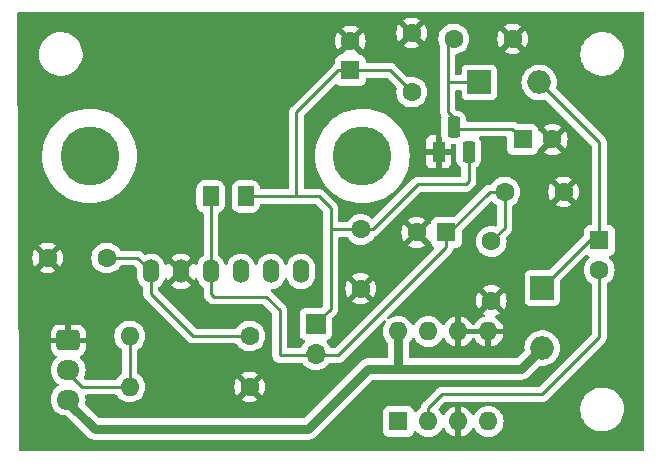
<source format=gbr>
%TF.GenerationSoftware,KiCad,Pcbnew,7.0.9*%
%TF.CreationDate,2023-12-11T15:29:27+01:00*%
%TF.ProjectId,MPX5100DP-THT-board,4d505835-3130-4304-9450-2d5448542d62,1.2*%
%TF.SameCoordinates,Original*%
%TF.FileFunction,Copper,L2,Bot*%
%TF.FilePolarity,Positive*%
%FSLAX46Y46*%
G04 Gerber Fmt 4.6, Leading zero omitted, Abs format (unit mm)*
G04 Created by KiCad (PCBNEW 7.0.9) date 2023-12-11 15:29:27*
%MOMM*%
%LPD*%
G01*
G04 APERTURE LIST*
G04 Aperture macros list*
%AMRoundRect*
0 Rectangle with rounded corners*
0 $1 Rounding radius*
0 $2 $3 $4 $5 $6 $7 $8 $9 X,Y pos of 4 corners*
0 Add a 4 corners polygon primitive as box body*
4,1,4,$2,$3,$4,$5,$6,$7,$8,$9,$2,$3,0*
0 Add four circle primitives for the rounded corners*
1,1,$1+$1,$2,$3*
1,1,$1+$1,$4,$5*
1,1,$1+$1,$6,$7*
1,1,$1+$1,$8,$9*
0 Add four rect primitives between the rounded corners*
20,1,$1+$1,$2,$3,$4,$5,0*
20,1,$1+$1,$4,$5,$6,$7,0*
20,1,$1+$1,$6,$7,$8,$9,0*
20,1,$1+$1,$8,$9,$2,$3,0*%
G04 Aperture macros list end*
%TA.AperFunction,ComponentPad*%
%ADD10C,1.600000*%
%TD*%
%TA.AperFunction,WasherPad*%
%ADD11C,5.000000*%
%TD*%
%TA.AperFunction,ComponentPad*%
%ADD12O,1.400000X2.000000*%
%TD*%
%TA.AperFunction,ComponentPad*%
%ADD13R,1.600000X1.600000*%
%TD*%
%TA.AperFunction,ComponentPad*%
%ADD14RoundRect,0.250000X-0.725000X0.600000X-0.725000X-0.600000X0.725000X-0.600000X0.725000X0.600000X0*%
%TD*%
%TA.AperFunction,ComponentPad*%
%ADD15O,1.950000X1.700000*%
%TD*%
%TA.AperFunction,ComponentPad*%
%ADD16R,2.000000X2.000000*%
%TD*%
%TA.AperFunction,ComponentPad*%
%ADD17O,2.000000X2.000000*%
%TD*%
%TA.AperFunction,ComponentPad*%
%ADD18R,1.700000X1.700000*%
%TD*%
%TA.AperFunction,ComponentPad*%
%ADD19O,1.700000X1.700000*%
%TD*%
%TA.AperFunction,ComponentPad*%
%ADD20R,1.100000X1.800000*%
%TD*%
%TA.AperFunction,ComponentPad*%
%ADD21RoundRect,0.275000X-0.275000X-0.625000X0.275000X-0.625000X0.275000X0.625000X-0.275000X0.625000X0*%
%TD*%
%TA.AperFunction,ComponentPad*%
%ADD22O,1.600000X1.600000*%
%TD*%
%TA.AperFunction,SMDPad,CuDef*%
%ADD23RoundRect,0.250001X0.462499X0.624999X-0.462499X0.624999X-0.462499X-0.624999X0.462499X-0.624999X0*%
%TD*%
%TA.AperFunction,Conductor*%
%ADD24C,0.250000*%
%TD*%
%TA.AperFunction,Conductor*%
%ADD25C,0.800000*%
%TD*%
G04 APERTURE END LIST*
D10*
%TO.P,C9,1*%
%TO.N,Net-(J2-Pin_2)*%
X79756000Y-43688000D03*
%TO.P,C9,2*%
%TO.N,GND*%
X79756000Y-48688000D03*
%TD*%
D11*
%TO.P,U3,*%
%TO.N,*%
X45747848Y-36449000D03*
X68847848Y-36449000D03*
D12*
%TO.P,U3,1,Vout*%
%TO.N,Net-(U3-Vout)*%
X50947848Y-46226000D03*
%TO.P,U3,2,GND*%
%TO.N,GND*%
X53487848Y-46226000D03*
%TO.P,U3,3,Vs*%
%TO.N,Net-(J2-Pin_2)*%
X56027848Y-46226000D03*
%TO.P,U3,4,DNC*%
%TO.N,unconnected-(U3-DNC-Pad4)*%
X58567848Y-46226000D03*
%TO.P,U3,5,DNC*%
%TO.N,unconnected-(U3-DNC-Pad5)*%
X61107848Y-46226000D03*
%TO.P,U3,6,DNC*%
%TO.N,unconnected-(U3-DNC-Pad6)*%
X63647848Y-46226000D03*
%TD*%
D10*
%TO.P,C8,1*%
%TO.N,Net-(J2-Pin_2)*%
X80899000Y-39497000D03*
%TO.P,C8,2*%
%TO.N,GND*%
X85899000Y-39497000D03*
%TD*%
D13*
%TO.P,C1,1*%
%TO.N,Net-(D1-K)*%
X88900000Y-43601000D03*
D10*
%TO.P,C1,2*%
%TO.N,Net-(U1-CAP+)*%
X88900000Y-46101000D03*
%TD*%
%TO.P,C6,1*%
%TO.N,Net-(J2-Pin_1)*%
X68707000Y-42672000D03*
%TO.P,C6,2*%
%TO.N,GND*%
X68707000Y-47672000D03*
%TD*%
D14*
%TO.P,J1,1,GND*%
%TO.N,GND*%
X43942000Y-52070000D03*
D15*
%TO.P,J1,2,Signal*%
%TO.N,Net-(J1-Signal)*%
X43942000Y-54570000D03*
%TO.P,J1,3,3.3V*%
%TO.N,+3.3V*%
X43942000Y-57070000D03*
%TD*%
D10*
%TO.P,C3,1*%
%TO.N,Net-(D2-K)*%
X76581000Y-26543000D03*
%TO.P,C3,2*%
%TO.N,GND*%
X81581000Y-26543000D03*
%TD*%
D13*
%TO.P,C7,1*%
%TO.N,Net-(J2-Pin_2)*%
X75946000Y-42926000D03*
D10*
%TO.P,C7,2*%
%TO.N,GND*%
X73446000Y-42926000D03*
%TD*%
D13*
%TO.P,C2,1*%
%TO.N,Net-(D2-K)*%
X82423000Y-35052000D03*
D10*
%TO.P,C2,2*%
%TO.N,GND*%
X84923000Y-35052000D03*
%TD*%
D16*
%TO.P,D2,1,K*%
%TO.N,Net-(D2-K)*%
X78740000Y-30226000D03*
D17*
%TO.P,D2,2,A*%
%TO.N,Net-(D1-K)*%
X83820000Y-30226000D03*
%TD*%
D18*
%TO.P,J2,1,Pin_1*%
%TO.N,Net-(J2-Pin_1)*%
X64897000Y-50673000D03*
D19*
%TO.P,J2,2,Pin_2*%
%TO.N,Net-(J2-Pin_2)*%
X64897000Y-53213000D03*
%TD*%
D20*
%TO.P,U4,1,GND*%
%TO.N,GND*%
X75311000Y-36087000D03*
D21*
%TO.P,U4,2,VI*%
%TO.N,Net-(D2-K)*%
X76581000Y-34017000D03*
%TO.P,U4,3,VO*%
%TO.N,Net-(J2-Pin_1)*%
X77851000Y-36087000D03*
%TD*%
D10*
%TO.P,R1,1*%
%TO.N,Net-(U3-Vout)*%
X59309000Y-51689000D03*
D22*
%TO.P,R1,2*%
%TO.N,Net-(J1-Signal)*%
X49149000Y-51689000D03*
%TD*%
D13*
%TO.P,U1,1,NC*%
%TO.N,unconnected-(U1-NC-Pad1)*%
X71882000Y-58928000D03*
D22*
%TO.P,U1,2,CAP+*%
%TO.N,Net-(U1-CAP+)*%
X74422000Y-58928000D03*
%TO.P,U1,3,GND*%
%TO.N,GND*%
X76962000Y-58928000D03*
%TO.P,U1,4,CAP-*%
%TO.N,unconnected-(U1-CAP--Pad4)*%
X79502000Y-58928000D03*
%TO.P,U1,5,VOUT*%
%TO.N,GND*%
X79502000Y-51308000D03*
%TO.P,U1,6,LV*%
X76962000Y-51308000D03*
%TO.P,U1,7,OSC*%
%TO.N,unconnected-(U1-OSC-Pad7)*%
X74422000Y-51308000D03*
%TO.P,U1,8,V+*%
%TO.N,+3.3V*%
X71882000Y-51308000D03*
%TD*%
D10*
%TO.P,C10,1*%
%TO.N,Net-(U3-Vout)*%
X47204000Y-45085000D03*
%TO.P,C10,2*%
%TO.N,GND*%
X42204000Y-45085000D03*
%TD*%
%TO.P,R2,1*%
%TO.N,GND*%
X59309000Y-56007000D03*
D22*
%TO.P,R2,2*%
%TO.N,Net-(J1-Signal)*%
X49149000Y-56007000D03*
%TD*%
D16*
%TO.P,D1,1,K*%
%TO.N,Net-(D1-K)*%
X84074000Y-47625000D03*
D17*
%TO.P,D1,2,A*%
%TO.N,+3.3V*%
X84074000Y-52705000D03*
%TD*%
D13*
%TO.P,C4,1*%
%TO.N,Net-(J2-Pin_1)*%
X67818000Y-29210000D03*
D10*
%TO.P,C4,2*%
%TO.N,GND*%
X67818000Y-26710000D03*
%TD*%
%TO.P,C5,1*%
%TO.N,Net-(J2-Pin_1)*%
X73025000Y-31035000D03*
%TO.P,C5,2*%
%TO.N,GND*%
X73025000Y-26035000D03*
%TD*%
D23*
%TO.P,L1,1*%
%TO.N,Net-(J2-Pin_1)*%
X58982000Y-39878000D03*
%TO.P,L1,2*%
%TO.N,Net-(J2-Pin_2)*%
X56007000Y-39878000D03*
%TD*%
D24*
%TO.N,Net-(D1-K)*%
X88900000Y-35306000D02*
X88900000Y-43601000D01*
X88900000Y-43601000D02*
X88098000Y-43601000D01*
X83820000Y-30226000D02*
X88900000Y-35306000D01*
X88098000Y-43601000D02*
X84074000Y-47625000D01*
%TO.N,Net-(U1-CAP+)*%
X75565000Y-56642000D02*
X84074000Y-56642000D01*
X88900000Y-51816000D02*
X88900000Y-46101000D01*
X74422000Y-58928000D02*
X74422000Y-57785000D01*
X74422000Y-57785000D02*
X75565000Y-56642000D01*
X84074000Y-56642000D02*
X88900000Y-51816000D01*
D25*
%TO.N,+3.3V*%
X71882000Y-54356000D02*
X71882000Y-51308000D01*
X82296000Y-54483000D02*
X83947000Y-52832000D01*
X64262000Y-59563000D02*
X69342000Y-54483000D01*
X46181000Y-59563000D02*
X64262000Y-59563000D01*
X43942000Y-57324000D02*
X46181000Y-59563000D01*
X71755000Y-54483000D02*
X71882000Y-54356000D01*
X69342000Y-54483000D02*
X82296000Y-54483000D01*
D24*
%TO.N,Net-(J1-Signal)*%
X45125000Y-56007000D02*
X43942000Y-54824000D01*
X49149000Y-51689000D02*
X49149000Y-56007000D01*
X49149000Y-56007000D02*
X45125000Y-56007000D01*
%TO.N,Net-(U3-Vout)*%
X59309000Y-51689000D02*
X54483000Y-51689000D01*
X50927000Y-46246848D02*
X50947848Y-46226000D01*
X50927000Y-48133000D02*
X50927000Y-46246848D01*
X49806848Y-45085000D02*
X50947848Y-46226000D01*
X47204000Y-45085000D02*
X49806848Y-45085000D01*
X54483000Y-51689000D02*
X50927000Y-48133000D01*
%TO.N,Net-(J2-Pin_1)*%
X65151000Y-39878000D02*
X63373000Y-39878000D01*
X63246000Y-32766000D02*
X66802000Y-29210000D01*
X77851000Y-38608000D02*
X77851000Y-35941000D01*
X71200000Y-29210000D02*
X73025000Y-31035000D01*
X61722000Y-39878000D02*
X58891500Y-39878000D01*
X67818000Y-29210000D02*
X71200000Y-29210000D01*
X66167000Y-42672000D02*
X68707000Y-42672000D01*
X73533000Y-38862000D02*
X77597000Y-38862000D01*
X66802000Y-29210000D02*
X67818000Y-29210000D01*
X77597000Y-38862000D02*
X77851000Y-38608000D01*
X69723000Y-42672000D02*
X73533000Y-38862000D01*
X61722000Y-39878000D02*
X63373000Y-39878000D01*
X63246000Y-39751000D02*
X63246000Y-32766000D01*
X63373000Y-39878000D02*
X63246000Y-39751000D01*
X66167000Y-40894000D02*
X65151000Y-39878000D01*
X64516000Y-51054000D02*
X66167000Y-49403000D01*
X66167000Y-42672000D02*
X66167000Y-40894000D01*
X66167000Y-49403000D02*
X66167000Y-42672000D01*
X68707000Y-42672000D02*
X69723000Y-42672000D01*
%TO.N,Net-(D2-K)*%
X81534000Y-34163000D02*
X82423000Y-35052000D01*
X76073000Y-29083000D02*
X76073000Y-32766000D01*
X76581000Y-33274000D02*
X76581000Y-34163000D01*
X78740000Y-30226000D02*
X76073000Y-30226000D01*
X76073000Y-29845000D02*
X76073000Y-27051000D01*
X76073000Y-27051000D02*
X76581000Y-26543000D01*
X76073000Y-32766000D02*
X76581000Y-33274000D01*
X76581000Y-34163000D02*
X81534000Y-34163000D01*
%TO.N,Net-(J2-Pin_2)*%
X61849000Y-49530000D02*
X60706000Y-48387000D01*
X56027848Y-48153848D02*
X56027848Y-46226000D01*
X80899000Y-39497000D02*
X80899000Y-42545000D01*
X75946000Y-42926000D02*
X75946000Y-44196000D01*
X79629000Y-39497000D02*
X76200000Y-42926000D01*
X56027848Y-39898848D02*
X56007000Y-39878000D01*
X61849000Y-53340000D02*
X61849000Y-49530000D01*
X56027848Y-46226000D02*
X56027848Y-39898848D01*
X80899000Y-42545000D02*
X79756000Y-43688000D01*
X75946000Y-44196000D02*
X66802000Y-53340000D01*
X60706000Y-48387000D02*
X56261000Y-48387000D01*
X56261000Y-48387000D02*
X56027848Y-48153848D01*
X66802000Y-53340000D02*
X61849000Y-53340000D01*
X76200000Y-42926000D02*
X75946000Y-42926000D01*
X80899000Y-39497000D02*
X79629000Y-39497000D01*
%TD*%
%TA.AperFunction,Conductor*%
%TO.N,GND*%
G36*
X79174359Y-51069955D02*
G01*
X79116835Y-51182852D01*
X79097014Y-51308000D01*
X79116835Y-51433148D01*
X79174359Y-51546045D01*
X79186314Y-51558000D01*
X77277686Y-51558000D01*
X77289641Y-51546045D01*
X77347165Y-51433148D01*
X77366986Y-51308000D01*
X77347165Y-51182852D01*
X77289641Y-51069955D01*
X77277686Y-51058000D01*
X79186314Y-51058000D01*
X79174359Y-51069955D01*
G37*
%TD.AperFunction*%
%TA.AperFunction,Conductor*%
G36*
X92652539Y-24277185D02*
G01*
X92698294Y-24329989D01*
X92709500Y-24381500D01*
X92709500Y-61343500D01*
X92689815Y-61410539D01*
X92637011Y-61456294D01*
X92585500Y-61467500D01*
X39874145Y-61467500D01*
X39807106Y-61447815D01*
X39761351Y-61395011D01*
X39750146Y-61343922D01*
X39735609Y-57070000D01*
X42461341Y-57070000D01*
X42481936Y-57305403D01*
X42481938Y-57305413D01*
X42543094Y-57533655D01*
X42543096Y-57533659D01*
X42543097Y-57533663D01*
X42584538Y-57622532D01*
X42642964Y-57747828D01*
X42642965Y-57747830D01*
X42778505Y-57941402D01*
X42945597Y-58108494D01*
X43139169Y-58244034D01*
X43139171Y-58244035D01*
X43353337Y-58343903D01*
X43581592Y-58405063D01*
X43720709Y-58417234D01*
X43785777Y-58442686D01*
X43797582Y-58453081D01*
X45487235Y-60142734D01*
X45499869Y-60157525D01*
X45508112Y-60168871D01*
X45508113Y-60168872D01*
X45559722Y-60215341D01*
X45562071Y-60217570D01*
X45577620Y-60233119D01*
X45594684Y-60246938D01*
X45594702Y-60246952D01*
X45597170Y-60249060D01*
X45648781Y-60295531D01*
X45648782Y-60295531D01*
X45648784Y-60295533D01*
X45648786Y-60295534D01*
X45660918Y-60302538D01*
X45676955Y-60313560D01*
X45687849Y-60322382D01*
X45687851Y-60322383D01*
X45749747Y-60353920D01*
X45752552Y-60355443D01*
X45771998Y-60366670D01*
X45812707Y-60390175D01*
X45812715Y-60390178D01*
X45812716Y-60390179D01*
X45826046Y-60394510D01*
X45844019Y-60401954D01*
X45856512Y-60408320D01*
X45923590Y-60426292D01*
X45926699Y-60427214D01*
X45939933Y-60431514D01*
X45992744Y-60448674D01*
X46003116Y-60449763D01*
X46006684Y-60450139D01*
X46025825Y-60453687D01*
X46039348Y-60457311D01*
X46039354Y-60457312D01*
X46108711Y-60460946D01*
X46111921Y-60461199D01*
X46133808Y-60463500D01*
X46155803Y-60463500D01*
X46159046Y-60463584D01*
X46228388Y-60467219D01*
X46242228Y-60465027D01*
X46261627Y-60463500D01*
X64181373Y-60463500D01*
X64200772Y-60465027D01*
X64214612Y-60467219D01*
X64283959Y-60463584D01*
X64287203Y-60463500D01*
X64309191Y-60463500D01*
X64309192Y-60463500D01*
X64325988Y-60461734D01*
X64331064Y-60461201D01*
X64334284Y-60460947D01*
X64403646Y-60457313D01*
X64417187Y-60453683D01*
X64436313Y-60450138D01*
X64450256Y-60448674D01*
X64516306Y-60427212D01*
X64519368Y-60426304D01*
X64586488Y-60408320D01*
X64598976Y-60401956D01*
X64616950Y-60394510D01*
X64630284Y-60390179D01*
X64690476Y-60355425D01*
X64693222Y-60353934D01*
X64755149Y-60322383D01*
X64766031Y-60313569D01*
X64782083Y-60302537D01*
X64794216Y-60295533D01*
X64845847Y-60249043D01*
X64848260Y-60246982D01*
X64865380Y-60233119D01*
X64880929Y-60217568D01*
X64883277Y-60215341D01*
X64934888Y-60168871D01*
X64943130Y-60157525D01*
X64955760Y-60142737D01*
X65322627Y-59775870D01*
X70581500Y-59775870D01*
X70581501Y-59775876D01*
X70587908Y-59835483D01*
X70638202Y-59970328D01*
X70638206Y-59970335D01*
X70724452Y-60085544D01*
X70724455Y-60085547D01*
X70839664Y-60171793D01*
X70839671Y-60171797D01*
X70974517Y-60222091D01*
X70974516Y-60222091D01*
X70981444Y-60222835D01*
X71034127Y-60228500D01*
X72729872Y-60228499D01*
X72789483Y-60222091D01*
X72924331Y-60171796D01*
X73039546Y-60085546D01*
X73125796Y-59970331D01*
X73176091Y-59835483D01*
X73179862Y-59800401D01*
X73206599Y-59735855D01*
X73263990Y-59696006D01*
X73333816Y-59693511D01*
X73393905Y-59729163D01*
X73404726Y-59742536D01*
X73421956Y-59767143D01*
X73582858Y-59928045D01*
X73582861Y-59928047D01*
X73769266Y-60058568D01*
X73975504Y-60154739D01*
X74195308Y-60213635D01*
X74357230Y-60227801D01*
X74421998Y-60233468D01*
X74422000Y-60233468D01*
X74422002Y-60233468D01*
X74478807Y-60228498D01*
X74648692Y-60213635D01*
X74868496Y-60154739D01*
X75074734Y-60058568D01*
X75261139Y-59928047D01*
X75422047Y-59767139D01*
X75552568Y-59580734D01*
X75579895Y-59522129D01*
X75626064Y-59469695D01*
X75693257Y-59450542D01*
X75760139Y-59470757D01*
X75804657Y-59522133D01*
X75831865Y-59580482D01*
X75962342Y-59766820D01*
X76123179Y-59927657D01*
X76309517Y-60058134D01*
X76515673Y-60154265D01*
X76515682Y-60154269D01*
X76711999Y-60206872D01*
X76712000Y-60206871D01*
X76712000Y-59243686D01*
X76723955Y-59255641D01*
X76836852Y-59313165D01*
X76930519Y-59328000D01*
X76993481Y-59328000D01*
X77087148Y-59313165D01*
X77200045Y-59255641D01*
X77212000Y-59243686D01*
X77212000Y-60206872D01*
X77408317Y-60154269D01*
X77408326Y-60154265D01*
X77614482Y-60058134D01*
X77800820Y-59927657D01*
X77961657Y-59766820D01*
X78092132Y-59580484D01*
X78119341Y-59522134D01*
X78165513Y-59469695D01*
X78232707Y-59450542D01*
X78299588Y-59470757D01*
X78344106Y-59522133D01*
X78371431Y-59580732D01*
X78371432Y-59580734D01*
X78501954Y-59767141D01*
X78662858Y-59928045D01*
X78662861Y-59928047D01*
X78849266Y-60058568D01*
X79055504Y-60154739D01*
X79275308Y-60213635D01*
X79437230Y-60227801D01*
X79501998Y-60233468D01*
X79502000Y-60233468D01*
X79502002Y-60233468D01*
X79558807Y-60228498D01*
X79728692Y-60213635D01*
X79948496Y-60154739D01*
X80154734Y-60058568D01*
X80341139Y-59928047D01*
X80502047Y-59767139D01*
X80632568Y-59580734D01*
X80728739Y-59374496D01*
X80787635Y-59154692D01*
X80807468Y-58928000D01*
X80787635Y-58701308D01*
X80728739Y-58481504D01*
X80632568Y-58275266D01*
X80502047Y-58088861D01*
X80502045Y-58088858D01*
X80392950Y-57979763D01*
X87299787Y-57979763D01*
X87329413Y-58249013D01*
X87329415Y-58249024D01*
X87397926Y-58511082D01*
X87397928Y-58511088D01*
X87503870Y-58760390D01*
X87575998Y-58878575D01*
X87644979Y-58991605D01*
X87644986Y-58991615D01*
X87818253Y-59199819D01*
X87818259Y-59199824D01*
X88019998Y-59380582D01*
X88245910Y-59530044D01*
X88491176Y-59645020D01*
X88491183Y-59645022D01*
X88491185Y-59645023D01*
X88750557Y-59723057D01*
X88750564Y-59723058D01*
X88750569Y-59723060D01*
X89018561Y-59762500D01*
X89018566Y-59762500D01*
X89221636Y-59762500D01*
X89273133Y-59758730D01*
X89424156Y-59747677D01*
X89536758Y-59722593D01*
X89688546Y-59688782D01*
X89688548Y-59688781D01*
X89688553Y-59688780D01*
X89941558Y-59592014D01*
X90177777Y-59459441D01*
X90392177Y-59293888D01*
X90580186Y-59098881D01*
X90737799Y-58878579D01*
X90850350Y-58659666D01*
X90861649Y-58637690D01*
X90861651Y-58637684D01*
X90861656Y-58637675D01*
X90949118Y-58381305D01*
X90998319Y-58114933D01*
X91008212Y-57844235D01*
X90978586Y-57574982D01*
X90910072Y-57312912D01*
X90804130Y-57063610D01*
X90663018Y-56832390D01*
X90579866Y-56732472D01*
X90489746Y-56624180D01*
X90489740Y-56624175D01*
X90288002Y-56443418D01*
X90062092Y-56293957D01*
X89957753Y-56245045D01*
X89816824Y-56178980D01*
X89816819Y-56178978D01*
X89816814Y-56178976D01*
X89557442Y-56100942D01*
X89557428Y-56100939D01*
X89441791Y-56083921D01*
X89289439Y-56061500D01*
X89086369Y-56061500D01*
X89086364Y-56061500D01*
X88883844Y-56076323D01*
X88883831Y-56076325D01*
X88619453Y-56135217D01*
X88619446Y-56135220D01*
X88366439Y-56231987D01*
X88130226Y-56364557D01*
X87915822Y-56530112D01*
X87727822Y-56725109D01*
X87727816Y-56725116D01*
X87570202Y-56945419D01*
X87570199Y-56945424D01*
X87446350Y-57186309D01*
X87446343Y-57186327D01*
X87358884Y-57442685D01*
X87358881Y-57442699D01*
X87342081Y-57533655D01*
X87311036Y-57701734D01*
X87309681Y-57709068D01*
X87309680Y-57709075D01*
X87299787Y-57979763D01*
X80392950Y-57979763D01*
X80341141Y-57927954D01*
X80154734Y-57797432D01*
X80154732Y-57797431D01*
X79948497Y-57701261D01*
X79948488Y-57701258D01*
X79728697Y-57642366D01*
X79728693Y-57642365D01*
X79728692Y-57642365D01*
X79728691Y-57642364D01*
X79728686Y-57642364D01*
X79502002Y-57622532D01*
X79501998Y-57622532D01*
X79275313Y-57642364D01*
X79275302Y-57642366D01*
X79055511Y-57701258D01*
X79055502Y-57701261D01*
X78849267Y-57797431D01*
X78849265Y-57797432D01*
X78662858Y-57927954D01*
X78501954Y-58088858D01*
X78371433Y-58275264D01*
X78371432Y-58275266D01*
X78371315Y-58275518D01*
X78344106Y-58333867D01*
X78297933Y-58386306D01*
X78230739Y-58405457D01*
X78163858Y-58385241D01*
X78119342Y-58333865D01*
X78092135Y-58275520D01*
X78092134Y-58275518D01*
X77961657Y-58089179D01*
X77800820Y-57928342D01*
X77614482Y-57797865D01*
X77408328Y-57701734D01*
X77212000Y-57649127D01*
X77212000Y-58612314D01*
X77200045Y-58600359D01*
X77087148Y-58542835D01*
X76993481Y-58528000D01*
X76930519Y-58528000D01*
X76836852Y-58542835D01*
X76723955Y-58600359D01*
X76712000Y-58612314D01*
X76712000Y-57649127D01*
X76515671Y-57701734D01*
X76309517Y-57797865D01*
X76123179Y-57928342D01*
X75962342Y-58089179D01*
X75831867Y-58275515D01*
X75804657Y-58333867D01*
X75758484Y-58386306D01*
X75691290Y-58405457D01*
X75624409Y-58385241D01*
X75579893Y-58333865D01*
X75552685Y-58275518D01*
X75552568Y-58275266D01*
X75422047Y-58088861D01*
X75422045Y-58088858D01*
X75300069Y-57966882D01*
X75266584Y-57905559D01*
X75271568Y-57835867D01*
X75300069Y-57791520D01*
X75377779Y-57713811D01*
X75787772Y-57303819D01*
X75849095Y-57270334D01*
X75875453Y-57267500D01*
X83991257Y-57267500D01*
X84006877Y-57269224D01*
X84006904Y-57268939D01*
X84014660Y-57269671D01*
X84014667Y-57269673D01*
X84083814Y-57267500D01*
X84113350Y-57267500D01*
X84120228Y-57266630D01*
X84126041Y-57266172D01*
X84172627Y-57264709D01*
X84191869Y-57259117D01*
X84210912Y-57255174D01*
X84230792Y-57252664D01*
X84274122Y-57235507D01*
X84279646Y-57233617D01*
X84283396Y-57232527D01*
X84324390Y-57220618D01*
X84341629Y-57210422D01*
X84359103Y-57201862D01*
X84377727Y-57194488D01*
X84377727Y-57194487D01*
X84377732Y-57194486D01*
X84415449Y-57167082D01*
X84420305Y-57163892D01*
X84460420Y-57140170D01*
X84474589Y-57125999D01*
X84489379Y-57113368D01*
X84505587Y-57101594D01*
X84535299Y-57065676D01*
X84539212Y-57061376D01*
X89283786Y-52316802D01*
X89296048Y-52306980D01*
X89295865Y-52306759D01*
X89301867Y-52301792D01*
X89301877Y-52301786D01*
X89349241Y-52251348D01*
X89370120Y-52230470D01*
X89374373Y-52224986D01*
X89378150Y-52220563D01*
X89410062Y-52186582D01*
X89419714Y-52169023D01*
X89430389Y-52152772D01*
X89442674Y-52136936D01*
X89461186Y-52094152D01*
X89463742Y-52088935D01*
X89486197Y-52048092D01*
X89491180Y-52028680D01*
X89497477Y-52010291D01*
X89505438Y-51991895D01*
X89512729Y-51945853D01*
X89513908Y-51940162D01*
X89525500Y-51895019D01*
X89525500Y-51874983D01*
X89527027Y-51855582D01*
X89530160Y-51835804D01*
X89525775Y-51789415D01*
X89525500Y-51783577D01*
X89525500Y-47315188D01*
X89545185Y-47248149D01*
X89578377Y-47213613D01*
X89653958Y-47160691D01*
X89739139Y-47101047D01*
X89900047Y-46940139D01*
X90030568Y-46753734D01*
X90126739Y-46547496D01*
X90185635Y-46327692D01*
X90205468Y-46101000D01*
X90204346Y-46088181D01*
X90189995Y-45924141D01*
X90185635Y-45874308D01*
X90126739Y-45654504D01*
X90030568Y-45448266D01*
X89900047Y-45261861D01*
X89900045Y-45261858D01*
X89742913Y-45104726D01*
X89709428Y-45043403D01*
X89714412Y-44973711D01*
X89756284Y-44917778D01*
X89802078Y-44896368D01*
X89807480Y-44895091D01*
X89807483Y-44895091D01*
X89942331Y-44844796D01*
X90057546Y-44758546D01*
X90143796Y-44643331D01*
X90194091Y-44508483D01*
X90200500Y-44448873D01*
X90200499Y-42753128D01*
X90194091Y-42693517D01*
X90193395Y-42691652D01*
X90143797Y-42558671D01*
X90143793Y-42558664D01*
X90057547Y-42443455D01*
X90057544Y-42443452D01*
X89942335Y-42357206D01*
X89942328Y-42357202D01*
X89807482Y-42306908D01*
X89807483Y-42306908D01*
X89747883Y-42300501D01*
X89747881Y-42300500D01*
X89747873Y-42300500D01*
X89747865Y-42300500D01*
X89649500Y-42300500D01*
X89582461Y-42280815D01*
X89536706Y-42228011D01*
X89525500Y-42176500D01*
X89525500Y-35388742D01*
X89527224Y-35373122D01*
X89526939Y-35373096D01*
X89527671Y-35365340D01*
X89527673Y-35365333D01*
X89525500Y-35296185D01*
X89525500Y-35266650D01*
X89524631Y-35259772D01*
X89524172Y-35253943D01*
X89522709Y-35207372D01*
X89517122Y-35188144D01*
X89513174Y-35169084D01*
X89510663Y-35149204D01*
X89493512Y-35105887D01*
X89491619Y-35100358D01*
X89478618Y-35055609D01*
X89478616Y-35055606D01*
X89468423Y-35038371D01*
X89459861Y-35020894D01*
X89452487Y-35002270D01*
X89452486Y-35002268D01*
X89425079Y-34964545D01*
X89421888Y-34959686D01*
X89413147Y-34944906D01*
X89398170Y-34919580D01*
X89398168Y-34919578D01*
X89398165Y-34919574D01*
X89384006Y-34905415D01*
X89371368Y-34890619D01*
X89359594Y-34874413D01*
X89332323Y-34851853D01*
X89323688Y-34844709D01*
X89319376Y-34840786D01*
X85283660Y-30805069D01*
X85250175Y-30743746D01*
X85251135Y-30686950D01*
X85305108Y-30473821D01*
X85305109Y-30473812D01*
X85325643Y-30226005D01*
X85325643Y-30225994D01*
X85305109Y-29978187D01*
X85305107Y-29978175D01*
X85244063Y-29737118D01*
X85144173Y-29509393D01*
X85008166Y-29301217D01*
X84910282Y-29194887D01*
X84839744Y-29118262D01*
X84643509Y-28965526D01*
X84643507Y-28965525D01*
X84643506Y-28965524D01*
X84424811Y-28847172D01*
X84424802Y-28847169D01*
X84189616Y-28766429D01*
X83944335Y-28725500D01*
X83695665Y-28725500D01*
X83450383Y-28766429D01*
X83215197Y-28847169D01*
X83215188Y-28847172D01*
X82996493Y-28965524D01*
X82800257Y-29118261D01*
X82631833Y-29301217D01*
X82495826Y-29509393D01*
X82395936Y-29737118D01*
X82334892Y-29978175D01*
X82334890Y-29978187D01*
X82314357Y-30225994D01*
X82314357Y-30226005D01*
X82334890Y-30473812D01*
X82334892Y-30473824D01*
X82395936Y-30714881D01*
X82495826Y-30942606D01*
X82631833Y-31150782D01*
X82631836Y-31150785D01*
X82800256Y-31333738D01*
X82996491Y-31486474D01*
X83215190Y-31604828D01*
X83450386Y-31685571D01*
X83695665Y-31726500D01*
X83944335Y-31726500D01*
X84189614Y-31685571D01*
X84269287Y-31658218D01*
X84339082Y-31655068D01*
X84397229Y-31687819D01*
X88238181Y-35528771D01*
X88271666Y-35590094D01*
X88274500Y-35616452D01*
X88274500Y-42176500D01*
X88254815Y-42243539D01*
X88202011Y-42289294D01*
X88150501Y-42300500D01*
X88052130Y-42300500D01*
X88052123Y-42300501D01*
X87992516Y-42306908D01*
X87857671Y-42357202D01*
X87857664Y-42357206D01*
X87742455Y-42443452D01*
X87742452Y-42443455D01*
X87656206Y-42558664D01*
X87656202Y-42558671D01*
X87605908Y-42693517D01*
X87600026Y-42748235D01*
X87599501Y-42753123D01*
X87599500Y-42753135D01*
X87599500Y-43163546D01*
X87579815Y-43230585D01*
X87563181Y-43251227D01*
X84726226Y-46088181D01*
X84664903Y-46121666D01*
X84638545Y-46124500D01*
X83026129Y-46124500D01*
X83026123Y-46124501D01*
X82966516Y-46130908D01*
X82831671Y-46181202D01*
X82831664Y-46181206D01*
X82716455Y-46267452D01*
X82716452Y-46267455D01*
X82630206Y-46382664D01*
X82630202Y-46382671D01*
X82579908Y-46517517D01*
X82573501Y-46577116D01*
X82573500Y-46577135D01*
X82573500Y-48672870D01*
X82573501Y-48672876D01*
X82579908Y-48732483D01*
X82630202Y-48867328D01*
X82630206Y-48867335D01*
X82716452Y-48982544D01*
X82716455Y-48982547D01*
X82831664Y-49068793D01*
X82831671Y-49068797D01*
X82966517Y-49119091D01*
X82966516Y-49119091D01*
X82973444Y-49119835D01*
X83026127Y-49125500D01*
X85121872Y-49125499D01*
X85181483Y-49119091D01*
X85316331Y-49068796D01*
X85431546Y-48982546D01*
X85517796Y-48867331D01*
X85568091Y-48732483D01*
X85574500Y-48672873D01*
X85574499Y-47060451D01*
X85594184Y-46993413D01*
X85610813Y-46972776D01*
X87715143Y-44868446D01*
X87776464Y-44834963D01*
X87846156Y-44839947D01*
X87852782Y-44842973D01*
X87857668Y-44844795D01*
X87857669Y-44844796D01*
X87992517Y-44895091D01*
X87992527Y-44895092D01*
X87997913Y-44896365D01*
X88058631Y-44930935D01*
X88091021Y-44992843D01*
X88084799Y-45062435D01*
X88057088Y-45104725D01*
X87899951Y-45261862D01*
X87769432Y-45448265D01*
X87769431Y-45448267D01*
X87673261Y-45654502D01*
X87673258Y-45654511D01*
X87614366Y-45874302D01*
X87614364Y-45874313D01*
X87594532Y-46100998D01*
X87594532Y-46101001D01*
X87614364Y-46327686D01*
X87614366Y-46327697D01*
X87673258Y-46547488D01*
X87673261Y-46547497D01*
X87769431Y-46753732D01*
X87769432Y-46753734D01*
X87899954Y-46940141D01*
X88060858Y-47101045D01*
X88221623Y-47213613D01*
X88265248Y-47268189D01*
X88274500Y-47315188D01*
X88274500Y-51505547D01*
X88254815Y-51572586D01*
X88238181Y-51593228D01*
X83851228Y-55980181D01*
X83789905Y-56013666D01*
X83763547Y-56016500D01*
X75647738Y-56016500D01*
X75632121Y-56014776D01*
X75632094Y-56015062D01*
X75624332Y-56014327D01*
X75555204Y-56016500D01*
X75525650Y-56016500D01*
X75524929Y-56016590D01*
X75518757Y-56017369D01*
X75512945Y-56017826D01*
X75466373Y-56019290D01*
X75466372Y-56019290D01*
X75447129Y-56024881D01*
X75428079Y-56028825D01*
X75408211Y-56031334D01*
X75364884Y-56048488D01*
X75359358Y-56050379D01*
X75314614Y-56063379D01*
X75314610Y-56063381D01*
X75297366Y-56073579D01*
X75279905Y-56082133D01*
X75261274Y-56089510D01*
X75261262Y-56089517D01*
X75223570Y-56116902D01*
X75218687Y-56120109D01*
X75178580Y-56143829D01*
X75164414Y-56157995D01*
X75149624Y-56170627D01*
X75133414Y-56182404D01*
X75133411Y-56182407D01*
X75103710Y-56218309D01*
X75099777Y-56222631D01*
X74038208Y-57284199D01*
X74025951Y-57294020D01*
X74026134Y-57294241D01*
X74020123Y-57299213D01*
X73972772Y-57349636D01*
X73951889Y-57370519D01*
X73951877Y-57370532D01*
X73947621Y-57376017D01*
X73943837Y-57380447D01*
X73911937Y-57414418D01*
X73911936Y-57414420D01*
X73902284Y-57431976D01*
X73891610Y-57448226D01*
X73879329Y-57464061D01*
X73879324Y-57464068D01*
X73860815Y-57506838D01*
X73858245Y-57512084D01*
X73835803Y-57552906D01*
X73830822Y-57572307D01*
X73824521Y-57590710D01*
X73816562Y-57609102D01*
X73816561Y-57609105D01*
X73809271Y-57655127D01*
X73808087Y-57660846D01*
X73796501Y-57705972D01*
X73796500Y-57705982D01*
X73796500Y-57713811D01*
X73776815Y-57780850D01*
X73743623Y-57815386D01*
X73582859Y-57927953D01*
X73421954Y-58088858D01*
X73404725Y-58113464D01*
X73350147Y-58157088D01*
X73280648Y-58164280D01*
X73218294Y-58132757D01*
X73182882Y-58072526D01*
X73179861Y-58055591D01*
X73176091Y-58020516D01*
X73125797Y-57885671D01*
X73125793Y-57885664D01*
X73039547Y-57770455D01*
X73039544Y-57770452D01*
X72924335Y-57684206D01*
X72924328Y-57684202D01*
X72789482Y-57633908D01*
X72789483Y-57633908D01*
X72729883Y-57627501D01*
X72729881Y-57627500D01*
X72729873Y-57627500D01*
X72729864Y-57627500D01*
X71034129Y-57627500D01*
X71034123Y-57627501D01*
X70974516Y-57633908D01*
X70839671Y-57684202D01*
X70839664Y-57684206D01*
X70724455Y-57770452D01*
X70724452Y-57770455D01*
X70638206Y-57885664D01*
X70638202Y-57885671D01*
X70587908Y-58020517D01*
X70581501Y-58080116D01*
X70581500Y-58080135D01*
X70581500Y-59775870D01*
X65322627Y-59775870D01*
X69678681Y-55419819D01*
X69740004Y-55386334D01*
X69766362Y-55383500D01*
X71674373Y-55383500D01*
X71693772Y-55385027D01*
X71707612Y-55387219D01*
X71776959Y-55383584D01*
X71780203Y-55383500D01*
X82215373Y-55383500D01*
X82234772Y-55385027D01*
X82248612Y-55387219D01*
X82317959Y-55383584D01*
X82321203Y-55383500D01*
X82343191Y-55383500D01*
X82343192Y-55383500D01*
X82362219Y-55381500D01*
X82365064Y-55381201D01*
X82368284Y-55380947D01*
X82437646Y-55377313D01*
X82451187Y-55373683D01*
X82470313Y-55370138D01*
X82484256Y-55368674D01*
X82550306Y-55347212D01*
X82553368Y-55346304D01*
X82620488Y-55328320D01*
X82632976Y-55321956D01*
X82650950Y-55314510D01*
X82664284Y-55310179D01*
X82724476Y-55275425D01*
X82727222Y-55273934D01*
X82789149Y-55242383D01*
X82800031Y-55233569D01*
X82816083Y-55222537D01*
X82828216Y-55215533D01*
X82879847Y-55169043D01*
X82882260Y-55166982D01*
X82899380Y-55153119D01*
X82914929Y-55137568D01*
X82917270Y-55135347D01*
X82968888Y-55088871D01*
X82977130Y-55077525D01*
X82989760Y-55062737D01*
X83816549Y-54235949D01*
X83877870Y-54202466D01*
X83924640Y-54201324D01*
X83949663Y-54205500D01*
X83949665Y-54205500D01*
X84198335Y-54205500D01*
X84443614Y-54164571D01*
X84678810Y-54083828D01*
X84897509Y-53965474D01*
X85093744Y-53812738D01*
X85262164Y-53629785D01*
X85398173Y-53421607D01*
X85498063Y-53193881D01*
X85559108Y-52952821D01*
X85563221Y-52903188D01*
X85579643Y-52705005D01*
X85579643Y-52704994D01*
X85559109Y-52457187D01*
X85559107Y-52457175D01*
X85498063Y-52216118D01*
X85398173Y-51988393D01*
X85262166Y-51780217D01*
X85238481Y-51754488D01*
X85093744Y-51597262D01*
X84897509Y-51444526D01*
X84897507Y-51444525D01*
X84897506Y-51444524D01*
X84678811Y-51326172D01*
X84678802Y-51326169D01*
X84443616Y-51245429D01*
X84198335Y-51204500D01*
X83949665Y-51204500D01*
X83704383Y-51245429D01*
X83469197Y-51326169D01*
X83469188Y-51326172D01*
X83250493Y-51444524D01*
X83054257Y-51597261D01*
X82885833Y-51780217D01*
X82749826Y-51988393D01*
X82649936Y-52216118D01*
X82588892Y-52457175D01*
X82588890Y-52457187D01*
X82569157Y-52695344D01*
X82568357Y-52705000D01*
X82569598Y-52719973D01*
X82581374Y-52862100D01*
X82567292Y-52930536D01*
X82545478Y-52960020D01*
X81959320Y-53546181D01*
X81897997Y-53579666D01*
X81871639Y-53582500D01*
X72906500Y-53582500D01*
X72839461Y-53562815D01*
X72793706Y-53510011D01*
X72782500Y-53458500D01*
X72782500Y-52298048D01*
X72802185Y-52231009D01*
X72818814Y-52210371D01*
X72882047Y-52147139D01*
X73012568Y-51960734D01*
X73039618Y-51902724D01*
X73085790Y-51850285D01*
X73152983Y-51831133D01*
X73219865Y-51851348D01*
X73264381Y-51902724D01*
X73270431Y-51915697D01*
X73291429Y-51960728D01*
X73291432Y-51960734D01*
X73421954Y-52147141D01*
X73582858Y-52308045D01*
X73582861Y-52308047D01*
X73769266Y-52438568D01*
X73975504Y-52534739D01*
X73975509Y-52534740D01*
X73975511Y-52534741D01*
X73977116Y-52535171D01*
X74195308Y-52593635D01*
X74357230Y-52607801D01*
X74421998Y-52613468D01*
X74422000Y-52613468D01*
X74422002Y-52613468D01*
X74478673Y-52608509D01*
X74648692Y-52593635D01*
X74868496Y-52534739D01*
X75074734Y-52438568D01*
X75261139Y-52308047D01*
X75422047Y-52147139D01*
X75552568Y-51960734D01*
X75579895Y-51902129D01*
X75626064Y-51849695D01*
X75693257Y-51830542D01*
X75760139Y-51850757D01*
X75804657Y-51902133D01*
X75831865Y-51960482D01*
X75962342Y-52146820D01*
X76123179Y-52307657D01*
X76309517Y-52438134D01*
X76515673Y-52534265D01*
X76515682Y-52534269D01*
X76711999Y-52586872D01*
X76712000Y-52586871D01*
X76712000Y-51623686D01*
X76723955Y-51635641D01*
X76836852Y-51693165D01*
X76930519Y-51708000D01*
X76993481Y-51708000D01*
X77087148Y-51693165D01*
X77200045Y-51635641D01*
X77212000Y-51623686D01*
X77212000Y-52586872D01*
X77408317Y-52534269D01*
X77408326Y-52534265D01*
X77614482Y-52438134D01*
X77800820Y-52307657D01*
X77961657Y-52146820D01*
X78092134Y-51960481D01*
X78092135Y-51960479D01*
X78119618Y-51901543D01*
X78165790Y-51849103D01*
X78232983Y-51829951D01*
X78299864Y-51850166D01*
X78344382Y-51901543D01*
X78371864Y-51960479D01*
X78371865Y-51960481D01*
X78502342Y-52146820D01*
X78663179Y-52307657D01*
X78849517Y-52438134D01*
X79055673Y-52534265D01*
X79055682Y-52534269D01*
X79251999Y-52586872D01*
X79252000Y-52586871D01*
X79252000Y-51623686D01*
X79263955Y-51635641D01*
X79376852Y-51693165D01*
X79470519Y-51708000D01*
X79533481Y-51708000D01*
X79627148Y-51693165D01*
X79740045Y-51635641D01*
X79752000Y-51623686D01*
X79752000Y-52586872D01*
X79948317Y-52534269D01*
X79948326Y-52534265D01*
X80154482Y-52438134D01*
X80340820Y-52307657D01*
X80501657Y-52146820D01*
X80632134Y-51960482D01*
X80728265Y-51754326D01*
X80728269Y-51754317D01*
X80780872Y-51558000D01*
X79817686Y-51558000D01*
X79829641Y-51546045D01*
X79887165Y-51433148D01*
X79906986Y-51308000D01*
X79887165Y-51182852D01*
X79829641Y-51069955D01*
X79817686Y-51058000D01*
X80780872Y-51058000D01*
X80780872Y-51057999D01*
X80728269Y-50861682D01*
X80728265Y-50861673D01*
X80632134Y-50655517D01*
X80501657Y-50469179D01*
X80340820Y-50308342D01*
X80154481Y-50177865D01*
X80154477Y-50177863D01*
X80121706Y-50162581D01*
X80069267Y-50116408D01*
X80050116Y-50049215D01*
X80070333Y-49982334D01*
X80123498Y-49937000D01*
X80142021Y-49930425D01*
X80202312Y-49914271D01*
X80202331Y-49914264D01*
X80408478Y-49818136D01*
X80481472Y-49767025D01*
X79800401Y-49085953D01*
X79881148Y-49073165D01*
X79994045Y-49015641D01*
X80083641Y-48926045D01*
X80141165Y-48813148D01*
X80153953Y-48732400D01*
X80835025Y-49413472D01*
X80886136Y-49340478D01*
X80982264Y-49134331D01*
X80982269Y-49134317D01*
X81041139Y-48914610D01*
X81041141Y-48914599D01*
X81060966Y-48688002D01*
X81060966Y-48687997D01*
X81041141Y-48461400D01*
X81041139Y-48461389D01*
X80982269Y-48241682D01*
X80982265Y-48241673D01*
X80886133Y-48035516D01*
X80886131Y-48035512D01*
X80835026Y-47962526D01*
X80835025Y-47962526D01*
X80153953Y-48643598D01*
X80141165Y-48562852D01*
X80083641Y-48449955D01*
X79994045Y-48360359D01*
X79881148Y-48302835D01*
X79800400Y-48290046D01*
X80481472Y-47608974D01*
X80481471Y-47608973D01*
X80408483Y-47557866D01*
X80408481Y-47557865D01*
X80202326Y-47461734D01*
X80202317Y-47461730D01*
X79982610Y-47402860D01*
X79982599Y-47402858D01*
X79756002Y-47383034D01*
X79755998Y-47383034D01*
X79529400Y-47402858D01*
X79529389Y-47402860D01*
X79309682Y-47461730D01*
X79309673Y-47461734D01*
X79103513Y-47557868D01*
X79030527Y-47608972D01*
X79030526Y-47608973D01*
X79711600Y-48290046D01*
X79630852Y-48302835D01*
X79517955Y-48360359D01*
X79428359Y-48449955D01*
X79370835Y-48562852D01*
X79358046Y-48643599D01*
X78676973Y-47962526D01*
X78676972Y-47962527D01*
X78625868Y-48035513D01*
X78529734Y-48241673D01*
X78529730Y-48241682D01*
X78470860Y-48461389D01*
X78470858Y-48461400D01*
X78451034Y-48687997D01*
X78451034Y-48688002D01*
X78470858Y-48914599D01*
X78470860Y-48914610D01*
X78529730Y-49134317D01*
X78529734Y-49134326D01*
X78625865Y-49340481D01*
X78625866Y-49340483D01*
X78676973Y-49413471D01*
X78676974Y-49413472D01*
X79358046Y-48732399D01*
X79370835Y-48813148D01*
X79428359Y-48926045D01*
X79517955Y-49015641D01*
X79630852Y-49073165D01*
X79711599Y-49085953D01*
X79030526Y-49767025D01*
X79030526Y-49767026D01*
X79103512Y-49818131D01*
X79103516Y-49818133D01*
X79136292Y-49833417D01*
X79188731Y-49879589D01*
X79207883Y-49946783D01*
X79187667Y-50013664D01*
X79134502Y-50058999D01*
X79115980Y-50065574D01*
X79055682Y-50081730D01*
X79055673Y-50081734D01*
X78849517Y-50177865D01*
X78663179Y-50308342D01*
X78502342Y-50469179D01*
X78371865Y-50655517D01*
X78344382Y-50714457D01*
X78298210Y-50766896D01*
X78231016Y-50786048D01*
X78164135Y-50765832D01*
X78119618Y-50714457D01*
X78092134Y-50655517D01*
X77961657Y-50469179D01*
X77800820Y-50308342D01*
X77614482Y-50177865D01*
X77408328Y-50081734D01*
X77212000Y-50029127D01*
X77212000Y-50992314D01*
X77200045Y-50980359D01*
X77087148Y-50922835D01*
X76993481Y-50908000D01*
X76930519Y-50908000D01*
X76836852Y-50922835D01*
X76723955Y-50980359D01*
X76712000Y-50992314D01*
X76712000Y-50029127D01*
X76515671Y-50081734D01*
X76309517Y-50177865D01*
X76123179Y-50308342D01*
X75962342Y-50469179D01*
X75831867Y-50655515D01*
X75804657Y-50713867D01*
X75758484Y-50766306D01*
X75691290Y-50785457D01*
X75624409Y-50765241D01*
X75579893Y-50713865D01*
X75568276Y-50688953D01*
X75552568Y-50655266D01*
X75422047Y-50468861D01*
X75422045Y-50468858D01*
X75261141Y-50307954D01*
X75074734Y-50177432D01*
X75074732Y-50177431D01*
X74868497Y-50081261D01*
X74868488Y-50081258D01*
X74648697Y-50022366D01*
X74648693Y-50022365D01*
X74648692Y-50022365D01*
X74648691Y-50022364D01*
X74648686Y-50022364D01*
X74422002Y-50002532D01*
X74421998Y-50002532D01*
X74195313Y-50022364D01*
X74195302Y-50022366D01*
X73975511Y-50081258D01*
X73975502Y-50081261D01*
X73769267Y-50177431D01*
X73769265Y-50177432D01*
X73582858Y-50307954D01*
X73421954Y-50468858D01*
X73291432Y-50655265D01*
X73291431Y-50655267D01*
X73264382Y-50713275D01*
X73218209Y-50765714D01*
X73151016Y-50784866D01*
X73084135Y-50764650D01*
X73039618Y-50713275D01*
X73028277Y-50688954D01*
X73012568Y-50655266D01*
X72882047Y-50468861D01*
X72882045Y-50468858D01*
X72721141Y-50307954D01*
X72534734Y-50177432D01*
X72534732Y-50177431D01*
X72328497Y-50081261D01*
X72328488Y-50081258D01*
X72108697Y-50022366D01*
X72108693Y-50022365D01*
X72108692Y-50022365D01*
X72108691Y-50022364D01*
X72108686Y-50022364D01*
X71882002Y-50002532D01*
X71881998Y-50002532D01*
X71655313Y-50022364D01*
X71655302Y-50022366D01*
X71435511Y-50081258D01*
X71435502Y-50081261D01*
X71229267Y-50177431D01*
X71122364Y-50252284D01*
X71056158Y-50274611D01*
X70988391Y-50257599D01*
X70940578Y-50206650D01*
X70927901Y-50137940D01*
X70954384Y-50073284D01*
X70963549Y-50063040D01*
X76329788Y-44696801D01*
X76342042Y-44686986D01*
X76341859Y-44686764D01*
X76347866Y-44681792D01*
X76347877Y-44681786D01*
X76383985Y-44643335D01*
X76395227Y-44631364D01*
X76405671Y-44620918D01*
X76416120Y-44610471D01*
X76420379Y-44604978D01*
X76424152Y-44600561D01*
X76456062Y-44566582D01*
X76465715Y-44549020D01*
X76476389Y-44532770D01*
X76488673Y-44516936D01*
X76507180Y-44474167D01*
X76509749Y-44468924D01*
X76525752Y-44439815D01*
X76532197Y-44428092D01*
X76537177Y-44408691D01*
X76543478Y-44390288D01*
X76551438Y-44371896D01*
X76557898Y-44331100D01*
X76587827Y-44267968D01*
X76647138Y-44231036D01*
X76680372Y-44226499D01*
X76793871Y-44226499D01*
X76793872Y-44226499D01*
X76853483Y-44220091D01*
X76988331Y-44169796D01*
X77103546Y-44083546D01*
X77189796Y-43968331D01*
X77240091Y-43833483D01*
X77246500Y-43773873D01*
X77246499Y-42815450D01*
X77266183Y-42748412D01*
X77282813Y-42727775D01*
X79702002Y-40308587D01*
X79763323Y-40275104D01*
X79833015Y-40280088D01*
X79888948Y-40321960D01*
X79891256Y-40325147D01*
X79898954Y-40336141D01*
X80059858Y-40497045D01*
X80220623Y-40609613D01*
X80264248Y-40664189D01*
X80273500Y-40711188D01*
X80273500Y-42234545D01*
X80253815Y-42301584D01*
X80237181Y-42322226D01*
X80170821Y-42388586D01*
X80109498Y-42422071D01*
X80051048Y-42420680D01*
X79982697Y-42402366D01*
X79982693Y-42402365D01*
X79982692Y-42402365D01*
X79869346Y-42392448D01*
X79756001Y-42382532D01*
X79755998Y-42382532D01*
X79529313Y-42402364D01*
X79529302Y-42402366D01*
X79309511Y-42461258D01*
X79309502Y-42461261D01*
X79103267Y-42557431D01*
X79103265Y-42557432D01*
X78916858Y-42687954D01*
X78755954Y-42848858D01*
X78625432Y-43035265D01*
X78625431Y-43035267D01*
X78529261Y-43241502D01*
X78529258Y-43241511D01*
X78470366Y-43461302D01*
X78470364Y-43461313D01*
X78450532Y-43687998D01*
X78450532Y-43688001D01*
X78470364Y-43914686D01*
X78470366Y-43914697D01*
X78529258Y-44134488D01*
X78529261Y-44134497D01*
X78625431Y-44340732D01*
X78625432Y-44340734D01*
X78755954Y-44527141D01*
X78916858Y-44688045D01*
X78918413Y-44689134D01*
X79103266Y-44818568D01*
X79309504Y-44914739D01*
X79309509Y-44914740D01*
X79309511Y-44914741D01*
X79362415Y-44928916D01*
X79529308Y-44973635D01*
X79691230Y-44987801D01*
X79755998Y-44993468D01*
X79756000Y-44993468D01*
X79756002Y-44993468D01*
X79812673Y-44988509D01*
X79982692Y-44973635D01*
X80202496Y-44914739D01*
X80408734Y-44818568D01*
X80595139Y-44688047D01*
X80756047Y-44527139D01*
X80886568Y-44340734D01*
X80982739Y-44134496D01*
X81041635Y-43914692D01*
X81061468Y-43688000D01*
X81041635Y-43461308D01*
X81023318Y-43392948D01*
X81024981Y-43323103D01*
X81055410Y-43273179D01*
X81282788Y-43045801D01*
X81295042Y-43035986D01*
X81294859Y-43035764D01*
X81300866Y-43030792D01*
X81300877Y-43030786D01*
X81331775Y-42997882D01*
X81348227Y-42980364D01*
X81358671Y-42969918D01*
X81369120Y-42959471D01*
X81373379Y-42953978D01*
X81377152Y-42949561D01*
X81409062Y-42915582D01*
X81418713Y-42898024D01*
X81429396Y-42881761D01*
X81441673Y-42865936D01*
X81460185Y-42823153D01*
X81462738Y-42817941D01*
X81485197Y-42777092D01*
X81490180Y-42757680D01*
X81496481Y-42739280D01*
X81504437Y-42720896D01*
X81511729Y-42674852D01*
X81512906Y-42669171D01*
X81524500Y-42624019D01*
X81524500Y-42603983D01*
X81526027Y-42584582D01*
X81529160Y-42564804D01*
X81524775Y-42518415D01*
X81524500Y-42512577D01*
X81524500Y-40711188D01*
X81544185Y-40644149D01*
X81577377Y-40609613D01*
X81625836Y-40575681D01*
X81738139Y-40497047D01*
X81899047Y-40336139D01*
X82029568Y-40149734D01*
X82125739Y-39943496D01*
X82184635Y-39723692D01*
X82204468Y-39497002D01*
X84594034Y-39497002D01*
X84613858Y-39723599D01*
X84613860Y-39723610D01*
X84672730Y-39943317D01*
X84672734Y-39943326D01*
X84768865Y-40149481D01*
X84768866Y-40149483D01*
X84819973Y-40222471D01*
X84819974Y-40222472D01*
X85501046Y-39541399D01*
X85513835Y-39622148D01*
X85571359Y-39735045D01*
X85660955Y-39824641D01*
X85773852Y-39882165D01*
X85854599Y-39894953D01*
X85173526Y-40576025D01*
X85173526Y-40576026D01*
X85246512Y-40627131D01*
X85246516Y-40627133D01*
X85452673Y-40723265D01*
X85452682Y-40723269D01*
X85672389Y-40782139D01*
X85672400Y-40782141D01*
X85898998Y-40801966D01*
X85899002Y-40801966D01*
X86125599Y-40782141D01*
X86125610Y-40782139D01*
X86345317Y-40723269D01*
X86345331Y-40723264D01*
X86551478Y-40627136D01*
X86624472Y-40576025D01*
X85943401Y-39894953D01*
X86024148Y-39882165D01*
X86137045Y-39824641D01*
X86226641Y-39735045D01*
X86284165Y-39622148D01*
X86296953Y-39541400D01*
X86978025Y-40222472D01*
X87029136Y-40149478D01*
X87125264Y-39943331D01*
X87125269Y-39943317D01*
X87184139Y-39723610D01*
X87184141Y-39723599D01*
X87203966Y-39497002D01*
X87203966Y-39496997D01*
X87184141Y-39270400D01*
X87184139Y-39270389D01*
X87125269Y-39050682D01*
X87125265Y-39050673D01*
X87029133Y-38844516D01*
X87029131Y-38844512D01*
X86978026Y-38771526D01*
X86978025Y-38771526D01*
X86296953Y-39452598D01*
X86284165Y-39371852D01*
X86226641Y-39258955D01*
X86137045Y-39169359D01*
X86024148Y-39111835D01*
X85943400Y-39099046D01*
X86624472Y-38417974D01*
X86624471Y-38417973D01*
X86551483Y-38366866D01*
X86551481Y-38366865D01*
X86345326Y-38270734D01*
X86345317Y-38270730D01*
X86125610Y-38211860D01*
X86125599Y-38211858D01*
X85899002Y-38192034D01*
X85898998Y-38192034D01*
X85672400Y-38211858D01*
X85672389Y-38211860D01*
X85452682Y-38270730D01*
X85452673Y-38270734D01*
X85246513Y-38366868D01*
X85173527Y-38417972D01*
X85173526Y-38417973D01*
X85854600Y-39099046D01*
X85773852Y-39111835D01*
X85660955Y-39169359D01*
X85571359Y-39258955D01*
X85513835Y-39371852D01*
X85501046Y-39452599D01*
X84819973Y-38771526D01*
X84819972Y-38771527D01*
X84768868Y-38844513D01*
X84672734Y-39050673D01*
X84672730Y-39050682D01*
X84613860Y-39270389D01*
X84613858Y-39270400D01*
X84594034Y-39496997D01*
X84594034Y-39497002D01*
X82204468Y-39497002D01*
X82204468Y-39497000D01*
X82203167Y-39482134D01*
X82193519Y-39371852D01*
X82184635Y-39270308D01*
X82125739Y-39050504D01*
X82029568Y-38844266D01*
X81931839Y-38704693D01*
X81899045Y-38657858D01*
X81738141Y-38496954D01*
X81551734Y-38366432D01*
X81551732Y-38366431D01*
X81345497Y-38270261D01*
X81345488Y-38270258D01*
X81125697Y-38211366D01*
X81125693Y-38211365D01*
X81125692Y-38211365D01*
X81125691Y-38211364D01*
X81125686Y-38211364D01*
X80899002Y-38191532D01*
X80898998Y-38191532D01*
X80672313Y-38211364D01*
X80672302Y-38211366D01*
X80452511Y-38270258D01*
X80452502Y-38270261D01*
X80246267Y-38366431D01*
X80246265Y-38366432D01*
X80059858Y-38496954D01*
X79898953Y-38657859D01*
X79787906Y-38816452D01*
X79733329Y-38860077D01*
X79690226Y-38869268D01*
X79619203Y-38871500D01*
X79589650Y-38871500D01*
X79588929Y-38871590D01*
X79582757Y-38872369D01*
X79576945Y-38872826D01*
X79530378Y-38874290D01*
X79530367Y-38874292D01*
X79511134Y-38879879D01*
X79492094Y-38883822D01*
X79472217Y-38886334D01*
X79472210Y-38886335D01*
X79472208Y-38886336D01*
X79472206Y-38886336D01*
X79472205Y-38886337D01*
X79428868Y-38903494D01*
X79423342Y-38905386D01*
X79378611Y-38918382D01*
X79378608Y-38918383D01*
X79361363Y-38928581D01*
X79343901Y-38937135D01*
X79325272Y-38944511D01*
X79325267Y-38944513D01*
X79287564Y-38971906D01*
X79282682Y-38975112D01*
X79242580Y-38998828D01*
X79228408Y-39013000D01*
X79213623Y-39025628D01*
X79197412Y-39037407D01*
X79167709Y-39073310D01*
X79163777Y-39077631D01*
X76652226Y-41589181D01*
X76590903Y-41622666D01*
X76564545Y-41625500D01*
X75098129Y-41625500D01*
X75098123Y-41625501D01*
X75038516Y-41631908D01*
X74903671Y-41682202D01*
X74903664Y-41682206D01*
X74788455Y-41768452D01*
X74788452Y-41768455D01*
X74702206Y-41883664D01*
X74702202Y-41883671D01*
X74651908Y-42018517D01*
X74645501Y-42078116D01*
X74645322Y-42081452D01*
X74643847Y-42081372D01*
X74625815Y-42142783D01*
X74573011Y-42188538D01*
X74529523Y-42196028D01*
X73843953Y-42881598D01*
X73831165Y-42800852D01*
X73773641Y-42687955D01*
X73684045Y-42598359D01*
X73571148Y-42540835D01*
X73490400Y-42528046D01*
X74171472Y-41846974D01*
X74171471Y-41846973D01*
X74098483Y-41795866D01*
X74098481Y-41795865D01*
X73892326Y-41699734D01*
X73892317Y-41699730D01*
X73672610Y-41640860D01*
X73672599Y-41640858D01*
X73446002Y-41621034D01*
X73445998Y-41621034D01*
X73219400Y-41640858D01*
X73219389Y-41640860D01*
X72999682Y-41699730D01*
X72999673Y-41699734D01*
X72793513Y-41795868D01*
X72720527Y-41846972D01*
X72720526Y-41846973D01*
X73401600Y-42528046D01*
X73320852Y-42540835D01*
X73207955Y-42598359D01*
X73118359Y-42687955D01*
X73060835Y-42800852D01*
X73048046Y-42881599D01*
X72366973Y-42200526D01*
X72366972Y-42200527D01*
X72315868Y-42273513D01*
X72219734Y-42479673D01*
X72219730Y-42479682D01*
X72160860Y-42699389D01*
X72160858Y-42699400D01*
X72141034Y-42925997D01*
X72141034Y-42926002D01*
X72160858Y-43152599D01*
X72160860Y-43152610D01*
X72219730Y-43372317D01*
X72219734Y-43372326D01*
X72315865Y-43578481D01*
X72315866Y-43578483D01*
X72366973Y-43651471D01*
X72366974Y-43651472D01*
X73048046Y-42970399D01*
X73060835Y-43051148D01*
X73118359Y-43164045D01*
X73207955Y-43253641D01*
X73320852Y-43311165D01*
X73401599Y-43323953D01*
X72720526Y-44005025D01*
X72720526Y-44005026D01*
X72793512Y-44056131D01*
X72793516Y-44056133D01*
X72999673Y-44152265D01*
X72999682Y-44152269D01*
X73219389Y-44211139D01*
X73219400Y-44211141D01*
X73445998Y-44230966D01*
X73446002Y-44230966D01*
X73672599Y-44211141D01*
X73672610Y-44211139D01*
X73892317Y-44152269D01*
X73892331Y-44152264D01*
X74098478Y-44056136D01*
X74171472Y-44005025D01*
X73490401Y-43323953D01*
X73571148Y-43311165D01*
X73684045Y-43253641D01*
X73773641Y-43164045D01*
X73831165Y-43051148D01*
X73843953Y-42970400D01*
X74530199Y-43656646D01*
X74579192Y-43666492D01*
X74629375Y-43715107D01*
X74644049Y-43770632D01*
X74645099Y-43770576D01*
X74645146Y-43770571D01*
X74645146Y-43770573D01*
X74645324Y-43770564D01*
X74645501Y-43773876D01*
X74651908Y-43833483D01*
X74702202Y-43968328D01*
X74702206Y-43968335D01*
X74788451Y-44083543D01*
X74788452Y-44083544D01*
X74788454Y-44083546D01*
X74894306Y-44162787D01*
X74936176Y-44218719D01*
X74941160Y-44288411D01*
X74907675Y-44349733D01*
X66579228Y-52678181D01*
X66517905Y-52711666D01*
X66491547Y-52714500D01*
X66233655Y-52714500D01*
X66166616Y-52694815D01*
X66121273Y-52642905D01*
X66071035Y-52535171D01*
X66071034Y-52535169D01*
X65935496Y-52341600D01*
X65876502Y-52282606D01*
X65813567Y-52219671D01*
X65780084Y-52158351D01*
X65785068Y-52088659D01*
X65826939Y-52032725D01*
X65857915Y-52015810D01*
X65989331Y-51966796D01*
X66104546Y-51880546D01*
X66190796Y-51765331D01*
X66241091Y-51630483D01*
X66247500Y-51570873D01*
X66247499Y-50258450D01*
X66267184Y-50191412D01*
X66283813Y-50170775D01*
X66550786Y-49903802D01*
X66563048Y-49893980D01*
X66562865Y-49893759D01*
X66568867Y-49888792D01*
X66568877Y-49888786D01*
X66616241Y-49838348D01*
X66637120Y-49817470D01*
X66641373Y-49811986D01*
X66645150Y-49807563D01*
X66677062Y-49773582D01*
X66686714Y-49756023D01*
X66697389Y-49739772D01*
X66709674Y-49723936D01*
X66728186Y-49681152D01*
X66730742Y-49675935D01*
X66753197Y-49635092D01*
X66758180Y-49615680D01*
X66764477Y-49597291D01*
X66772438Y-49578895D01*
X66779729Y-49532853D01*
X66780908Y-49527162D01*
X66792500Y-49482019D01*
X66792500Y-49461983D01*
X66794027Y-49442582D01*
X66797160Y-49422804D01*
X66792775Y-49376415D01*
X66792500Y-49370577D01*
X66792500Y-47672002D01*
X67402034Y-47672002D01*
X67421858Y-47898599D01*
X67421860Y-47898610D01*
X67480730Y-48118317D01*
X67480734Y-48118326D01*
X67576865Y-48324481D01*
X67576866Y-48324483D01*
X67627973Y-48397471D01*
X67627974Y-48397472D01*
X68309046Y-47716399D01*
X68321835Y-47797148D01*
X68379359Y-47910045D01*
X68468955Y-47999641D01*
X68581852Y-48057165D01*
X68662599Y-48069953D01*
X67981526Y-48751025D01*
X67981526Y-48751026D01*
X68054512Y-48802131D01*
X68054516Y-48802133D01*
X68260673Y-48898265D01*
X68260682Y-48898269D01*
X68480389Y-48957139D01*
X68480400Y-48957141D01*
X68706998Y-48976966D01*
X68707002Y-48976966D01*
X68933599Y-48957141D01*
X68933610Y-48957139D01*
X69153317Y-48898269D01*
X69153331Y-48898264D01*
X69359478Y-48802136D01*
X69432472Y-48751025D01*
X68751401Y-48069953D01*
X68832148Y-48057165D01*
X68945045Y-47999641D01*
X69034641Y-47910045D01*
X69092165Y-47797148D01*
X69104953Y-47716400D01*
X69786025Y-48397472D01*
X69837136Y-48324478D01*
X69933264Y-48118331D01*
X69933269Y-48118317D01*
X69992139Y-47898610D01*
X69992141Y-47898599D01*
X70011966Y-47672002D01*
X70011966Y-47671997D01*
X69992141Y-47445400D01*
X69992139Y-47445389D01*
X69933269Y-47225682D01*
X69933265Y-47225673D01*
X69837133Y-47019516D01*
X69837131Y-47019512D01*
X69786026Y-46946526D01*
X69786025Y-46946526D01*
X69104953Y-47627598D01*
X69092165Y-47546852D01*
X69034641Y-47433955D01*
X68945045Y-47344359D01*
X68832148Y-47286835D01*
X68751400Y-47274046D01*
X69432472Y-46592974D01*
X69432471Y-46592973D01*
X69359483Y-46541866D01*
X69359481Y-46541865D01*
X69153326Y-46445734D01*
X69153317Y-46445730D01*
X68933610Y-46386860D01*
X68933599Y-46386858D01*
X68707002Y-46367034D01*
X68706998Y-46367034D01*
X68480400Y-46386858D01*
X68480389Y-46386860D01*
X68260682Y-46445730D01*
X68260673Y-46445734D01*
X68054513Y-46541868D01*
X67981527Y-46592972D01*
X67981526Y-46592973D01*
X68662600Y-47274046D01*
X68581852Y-47286835D01*
X68468955Y-47344359D01*
X68379359Y-47433955D01*
X68321835Y-47546852D01*
X68309046Y-47627599D01*
X67627973Y-46946526D01*
X67627972Y-46946527D01*
X67576868Y-47019513D01*
X67480734Y-47225673D01*
X67480730Y-47225682D01*
X67421860Y-47445389D01*
X67421858Y-47445400D01*
X67402034Y-47671997D01*
X67402034Y-47672002D01*
X66792500Y-47672002D01*
X66792500Y-43421500D01*
X66812185Y-43354461D01*
X66864989Y-43308706D01*
X66916500Y-43297500D01*
X67492812Y-43297500D01*
X67559851Y-43317185D01*
X67594387Y-43350377D01*
X67706954Y-43511141D01*
X67867858Y-43672045D01*
X67867861Y-43672047D01*
X68054266Y-43802568D01*
X68260504Y-43898739D01*
X68480308Y-43957635D01*
X68642230Y-43971801D01*
X68706998Y-43977468D01*
X68707000Y-43977468D01*
X68707002Y-43977468D01*
X68763673Y-43972509D01*
X68933692Y-43957635D01*
X69153496Y-43898739D01*
X69359734Y-43802568D01*
X69546139Y-43672047D01*
X69707047Y-43511139D01*
X69804244Y-43372326D01*
X69840674Y-43320299D01*
X69842911Y-43321865D01*
X69884879Y-43281381D01*
X69896680Y-43275977D01*
X69923122Y-43265507D01*
X69928634Y-43263620D01*
X69973390Y-43250618D01*
X69990629Y-43240422D01*
X70008103Y-43231862D01*
X70026727Y-43224488D01*
X70026727Y-43224487D01*
X70026732Y-43224486D01*
X70064449Y-43197082D01*
X70069305Y-43193892D01*
X70109420Y-43170170D01*
X70123589Y-43155999D01*
X70138379Y-43143368D01*
X70154587Y-43131594D01*
X70184299Y-43095676D01*
X70188212Y-43091376D01*
X73755771Y-39523819D01*
X73817094Y-39490334D01*
X73843452Y-39487500D01*
X77514257Y-39487500D01*
X77529877Y-39489224D01*
X77529904Y-39488939D01*
X77537660Y-39489671D01*
X77537667Y-39489673D01*
X77606814Y-39487500D01*
X77636350Y-39487500D01*
X77643228Y-39486630D01*
X77649041Y-39486172D01*
X77695627Y-39484709D01*
X77714869Y-39479117D01*
X77733912Y-39475174D01*
X77753792Y-39472664D01*
X77797122Y-39455507D01*
X77802646Y-39453617D01*
X77806396Y-39452527D01*
X77847390Y-39440618D01*
X77864629Y-39430422D01*
X77882103Y-39421862D01*
X77900727Y-39414488D01*
X77900727Y-39414487D01*
X77900732Y-39414486D01*
X77938449Y-39387082D01*
X77943305Y-39383892D01*
X77983420Y-39360170D01*
X77997589Y-39345999D01*
X78012379Y-39333368D01*
X78028587Y-39321594D01*
X78058289Y-39285688D01*
X78062211Y-39281377D01*
X78234788Y-39108801D01*
X78247050Y-39098979D01*
X78246867Y-39098758D01*
X78252876Y-39093787D01*
X78293363Y-39050673D01*
X78300227Y-39043363D01*
X78321120Y-39022471D01*
X78325379Y-39016978D01*
X78329152Y-39012561D01*
X78361062Y-38978582D01*
X78370713Y-38961024D01*
X78381396Y-38944761D01*
X78393673Y-38928936D01*
X78412185Y-38886153D01*
X78414738Y-38880941D01*
X78437197Y-38840092D01*
X78442180Y-38820680D01*
X78448481Y-38802280D01*
X78456437Y-38783896D01*
X78463729Y-38737852D01*
X78464906Y-38732171D01*
X78476500Y-38687019D01*
X78476500Y-38666983D01*
X78478027Y-38647582D01*
X78481160Y-38627804D01*
X78476775Y-38581415D01*
X78476500Y-38575577D01*
X78476500Y-37476180D01*
X78496185Y-37409141D01*
X78534524Y-37371189D01*
X78612576Y-37322147D01*
X78736147Y-37198576D01*
X78829122Y-37050606D01*
X78886841Y-36885657D01*
X78901500Y-36755552D01*
X78901500Y-35418448D01*
X78886841Y-35288343D01*
X78829122Y-35123394D01*
X78738061Y-34978471D01*
X78719062Y-34911235D01*
X78739430Y-34844400D01*
X78792698Y-34799186D01*
X78843056Y-34788500D01*
X80998500Y-34788500D01*
X81065539Y-34808185D01*
X81111294Y-34860989D01*
X81122500Y-34912500D01*
X81122500Y-35899870D01*
X81122501Y-35899876D01*
X81128908Y-35959483D01*
X81179202Y-36094328D01*
X81179206Y-36094335D01*
X81265452Y-36209544D01*
X81265455Y-36209547D01*
X81380664Y-36295793D01*
X81380671Y-36295797D01*
X81515517Y-36346091D01*
X81515516Y-36346091D01*
X81522444Y-36346835D01*
X81575127Y-36352500D01*
X83270872Y-36352499D01*
X83330483Y-36346091D01*
X83465331Y-36295796D01*
X83580546Y-36209546D01*
X83666796Y-36094331D01*
X83717091Y-35959483D01*
X83723500Y-35899873D01*
X83723499Y-35899845D01*
X83723678Y-35896547D01*
X83725183Y-35896627D01*
X83743112Y-35835326D01*
X83795868Y-35789514D01*
X83839464Y-35781981D01*
X84525046Y-35096399D01*
X84537835Y-35177148D01*
X84595359Y-35290045D01*
X84684955Y-35379641D01*
X84797852Y-35437165D01*
X84878599Y-35449953D01*
X84197526Y-36131025D01*
X84197526Y-36131026D01*
X84270512Y-36182131D01*
X84270516Y-36182133D01*
X84476673Y-36278265D01*
X84476682Y-36278269D01*
X84696389Y-36337139D01*
X84696400Y-36337141D01*
X84922998Y-36356966D01*
X84923002Y-36356966D01*
X85149599Y-36337141D01*
X85149610Y-36337139D01*
X85369317Y-36278269D01*
X85369331Y-36278264D01*
X85575478Y-36182136D01*
X85648472Y-36131025D01*
X84967401Y-35449953D01*
X85048148Y-35437165D01*
X85161045Y-35379641D01*
X85250641Y-35290045D01*
X85308165Y-35177148D01*
X85320953Y-35096400D01*
X86002025Y-35777472D01*
X86053136Y-35704478D01*
X86149264Y-35498331D01*
X86149269Y-35498317D01*
X86208139Y-35278610D01*
X86208141Y-35278599D01*
X86227966Y-35052002D01*
X86227966Y-35051997D01*
X86208141Y-34825400D01*
X86208139Y-34825389D01*
X86149269Y-34605682D01*
X86149265Y-34605673D01*
X86053133Y-34399516D01*
X86053131Y-34399512D01*
X86002026Y-34326526D01*
X86002025Y-34326526D01*
X85320953Y-35007598D01*
X85308165Y-34926852D01*
X85250641Y-34813955D01*
X85161045Y-34724359D01*
X85048148Y-34666835D01*
X84967400Y-34654046D01*
X85648472Y-33972974D01*
X85648471Y-33972973D01*
X85575483Y-33921866D01*
X85575481Y-33921865D01*
X85369326Y-33825734D01*
X85369317Y-33825730D01*
X85149610Y-33766860D01*
X85149599Y-33766858D01*
X84923002Y-33747034D01*
X84922998Y-33747034D01*
X84696400Y-33766858D01*
X84696389Y-33766860D01*
X84476682Y-33825730D01*
X84476673Y-33825734D01*
X84270513Y-33921868D01*
X84197527Y-33972972D01*
X84197526Y-33972973D01*
X84878600Y-34654046D01*
X84797852Y-34666835D01*
X84684955Y-34724359D01*
X84595359Y-34813955D01*
X84537835Y-34926852D01*
X84525046Y-35007599D01*
X83838798Y-34321351D01*
X83789805Y-34311505D01*
X83739623Y-34262889D01*
X83724981Y-34207366D01*
X83723900Y-34207423D01*
X83723854Y-34207429D01*
X83723853Y-34207426D01*
X83723676Y-34207436D01*
X83723499Y-34204141D01*
X83723499Y-34204128D01*
X83717091Y-34144517D01*
X83666796Y-34009669D01*
X83666795Y-34009668D01*
X83666793Y-34009664D01*
X83580547Y-33894455D01*
X83580544Y-33894452D01*
X83465335Y-33808206D01*
X83465328Y-33808202D01*
X83330482Y-33757908D01*
X83330483Y-33757908D01*
X83270883Y-33751501D01*
X83270881Y-33751500D01*
X83270873Y-33751500D01*
X83270865Y-33751500D01*
X82058635Y-33751500D01*
X81991596Y-33731815D01*
X81973754Y-33717895D01*
X81969366Y-33713774D01*
X81948476Y-33692884D01*
X81942986Y-33688625D01*
X81938561Y-33684847D01*
X81904582Y-33652938D01*
X81904580Y-33652936D01*
X81904577Y-33652935D01*
X81887029Y-33643288D01*
X81870763Y-33632604D01*
X81854933Y-33620325D01*
X81812168Y-33601818D01*
X81806922Y-33599248D01*
X81766093Y-33576803D01*
X81766092Y-33576802D01*
X81746693Y-33571822D01*
X81728281Y-33565518D01*
X81709898Y-33557562D01*
X81709892Y-33557560D01*
X81663874Y-33550272D01*
X81658152Y-33549087D01*
X81613021Y-33537500D01*
X81613019Y-33537500D01*
X81592984Y-33537500D01*
X81573586Y-33535973D01*
X81566162Y-33534797D01*
X81553805Y-33532840D01*
X81553804Y-33532840D01*
X81507416Y-33537225D01*
X81501578Y-33537500D01*
X77755500Y-33537500D01*
X77688461Y-33517815D01*
X77642706Y-33465011D01*
X77631500Y-33413500D01*
X77631500Y-33348445D01*
X77631499Y-33348441D01*
X77616842Y-33218351D01*
X77616841Y-33218349D01*
X77616841Y-33218343D01*
X77559122Y-33053394D01*
X77466147Y-32905424D01*
X77342576Y-32781853D01*
X77194606Y-32688878D01*
X77194605Y-32688877D01*
X77194604Y-32688877D01*
X77029658Y-32631159D01*
X77029648Y-32631157D01*
X76899558Y-32616500D01*
X76899552Y-32616500D01*
X76859453Y-32616500D01*
X76792414Y-32596815D01*
X76771772Y-32580181D01*
X76734819Y-32543228D01*
X76701334Y-32481905D01*
X76698500Y-32455547D01*
X76698500Y-30975500D01*
X76718185Y-30908461D01*
X76770989Y-30862706D01*
X76822500Y-30851500D01*
X77115501Y-30851500D01*
X77182540Y-30871185D01*
X77228295Y-30923989D01*
X77239501Y-30975500D01*
X77239501Y-31273876D01*
X77245908Y-31333483D01*
X77296202Y-31468328D01*
X77296206Y-31468335D01*
X77382452Y-31583544D01*
X77382455Y-31583547D01*
X77497664Y-31669793D01*
X77497671Y-31669797D01*
X77632517Y-31720091D01*
X77632516Y-31720091D01*
X77639444Y-31720835D01*
X77692127Y-31726500D01*
X79787872Y-31726499D01*
X79847483Y-31720091D01*
X79982331Y-31669796D01*
X80097546Y-31583546D01*
X80183796Y-31468331D01*
X80234091Y-31333483D01*
X80240500Y-31273873D01*
X80240499Y-29178128D01*
X80234091Y-29118517D01*
X80227490Y-29100820D01*
X80183797Y-28983671D01*
X80183793Y-28983664D01*
X80097547Y-28868455D01*
X80097544Y-28868452D01*
X79982335Y-28782206D01*
X79982328Y-28782202D01*
X79847482Y-28731908D01*
X79847483Y-28731908D01*
X79787883Y-28725501D01*
X79787881Y-28725500D01*
X79787873Y-28725500D01*
X79787864Y-28725500D01*
X77692129Y-28725500D01*
X77692123Y-28725501D01*
X77632516Y-28731908D01*
X77497671Y-28782202D01*
X77497664Y-28782206D01*
X77382455Y-28868452D01*
X77382452Y-28868455D01*
X77296206Y-28983664D01*
X77296202Y-28983671D01*
X77245908Y-29118517D01*
X77239501Y-29178116D01*
X77239501Y-29178123D01*
X77239500Y-29178135D01*
X77239500Y-29476500D01*
X77219815Y-29543539D01*
X77167011Y-29589294D01*
X77115500Y-29600500D01*
X76822500Y-29600500D01*
X76755461Y-29580815D01*
X76709706Y-29528011D01*
X76698500Y-29476500D01*
X76698500Y-27951812D01*
X76718185Y-27884773D01*
X76722813Y-27880763D01*
X87299787Y-27880763D01*
X87329413Y-28150013D01*
X87329415Y-28150024D01*
X87397926Y-28412082D01*
X87397928Y-28412088D01*
X87503870Y-28661390D01*
X87630239Y-28868452D01*
X87644979Y-28892605D01*
X87644986Y-28892615D01*
X87818253Y-29100819D01*
X87818259Y-29100824D01*
X87904535Y-29178127D01*
X88019998Y-29281582D01*
X88245910Y-29431044D01*
X88491176Y-29546020D01*
X88491183Y-29546022D01*
X88491185Y-29546023D01*
X88750557Y-29624057D01*
X88750564Y-29624058D01*
X88750569Y-29624060D01*
X89018561Y-29663500D01*
X89018566Y-29663500D01*
X89221636Y-29663500D01*
X89273133Y-29659730D01*
X89424156Y-29648677D01*
X89536758Y-29623593D01*
X89688546Y-29589782D01*
X89688548Y-29589781D01*
X89688553Y-29589780D01*
X89941558Y-29493014D01*
X90177777Y-29360441D01*
X90392177Y-29194888D01*
X90580186Y-28999881D01*
X90737799Y-28779579D01*
X90820450Y-28618822D01*
X90861649Y-28538690D01*
X90861651Y-28538684D01*
X90861656Y-28538675D01*
X90949118Y-28282305D01*
X90998319Y-28015933D01*
X91008212Y-27745235D01*
X90978586Y-27475982D01*
X90910072Y-27213912D01*
X90804130Y-26964610D01*
X90663018Y-26733390D01*
X90661845Y-26731981D01*
X90489746Y-26525180D01*
X90489740Y-26525175D01*
X90288002Y-26344418D01*
X90062092Y-26194957D01*
X90050336Y-26189446D01*
X89816824Y-26079980D01*
X89816819Y-26079978D01*
X89816814Y-26079976D01*
X89557442Y-26001942D01*
X89557428Y-26001939D01*
X89439104Y-25984526D01*
X89289439Y-25962500D01*
X89086369Y-25962500D01*
X89086364Y-25962500D01*
X88883844Y-25977323D01*
X88883831Y-25977325D01*
X88619453Y-26036217D01*
X88619446Y-26036220D01*
X88366439Y-26132987D01*
X88130226Y-26265557D01*
X88130224Y-26265558D01*
X88130223Y-26265559D01*
X88079203Y-26304955D01*
X87915822Y-26431112D01*
X87727822Y-26626109D01*
X87727816Y-26626116D01*
X87570202Y-26846419D01*
X87570199Y-26846424D01*
X87446350Y-27087309D01*
X87446343Y-27087327D01*
X87358884Y-27343685D01*
X87358881Y-27343699D01*
X87351781Y-27382139D01*
X87322061Y-27543045D01*
X87309681Y-27610068D01*
X87309680Y-27610075D01*
X87299787Y-27880763D01*
X76722813Y-27880763D01*
X76770989Y-27839018D01*
X76802561Y-27830702D01*
X76802363Y-27829574D01*
X76807679Y-27828636D01*
X76807692Y-27828635D01*
X77027496Y-27769739D01*
X77233734Y-27673568D01*
X77420139Y-27543047D01*
X77581047Y-27382139D01*
X77711568Y-27195734D01*
X77807739Y-26989496D01*
X77866635Y-26769692D01*
X77886468Y-26543002D01*
X80276034Y-26543002D01*
X80295858Y-26769599D01*
X80295860Y-26769610D01*
X80354730Y-26989317D01*
X80354734Y-26989326D01*
X80450865Y-27195481D01*
X80450866Y-27195483D01*
X80501973Y-27268471D01*
X80501974Y-27268472D01*
X81183046Y-26587399D01*
X81195835Y-26668148D01*
X81253359Y-26781045D01*
X81342955Y-26870641D01*
X81455852Y-26928165D01*
X81536599Y-26940953D01*
X80855526Y-27622025D01*
X80855526Y-27622026D01*
X80928512Y-27673131D01*
X80928516Y-27673133D01*
X81134673Y-27769265D01*
X81134682Y-27769269D01*
X81354389Y-27828139D01*
X81354400Y-27828141D01*
X81580998Y-27847966D01*
X81581002Y-27847966D01*
X81807599Y-27828141D01*
X81807610Y-27828139D01*
X82027317Y-27769269D01*
X82027331Y-27769264D01*
X82233478Y-27673136D01*
X82306472Y-27622025D01*
X81625401Y-26940953D01*
X81706148Y-26928165D01*
X81819045Y-26870641D01*
X81908641Y-26781045D01*
X81966165Y-26668148D01*
X81978953Y-26587400D01*
X82660025Y-27268472D01*
X82711136Y-27195478D01*
X82807264Y-26989331D01*
X82807269Y-26989317D01*
X82866139Y-26769610D01*
X82866141Y-26769599D01*
X82885966Y-26543002D01*
X82885966Y-26542997D01*
X82866141Y-26316400D01*
X82866139Y-26316389D01*
X82807269Y-26096682D01*
X82807265Y-26096673D01*
X82711133Y-25890516D01*
X82711131Y-25890512D01*
X82660026Y-25817526D01*
X82660025Y-25817526D01*
X81978953Y-26498598D01*
X81966165Y-26417852D01*
X81908641Y-26304955D01*
X81819045Y-26215359D01*
X81706148Y-26157835D01*
X81625400Y-26145046D01*
X82306472Y-25463974D01*
X82306471Y-25463973D01*
X82233483Y-25412866D01*
X82233481Y-25412865D01*
X82027326Y-25316734D01*
X82027317Y-25316730D01*
X81807610Y-25257860D01*
X81807599Y-25257858D01*
X81581002Y-25238034D01*
X81580998Y-25238034D01*
X81354400Y-25257858D01*
X81354389Y-25257860D01*
X81134682Y-25316730D01*
X81134673Y-25316734D01*
X80928513Y-25412868D01*
X80855527Y-25463972D01*
X80855526Y-25463973D01*
X81536600Y-26145046D01*
X81455852Y-26157835D01*
X81342955Y-26215359D01*
X81253359Y-26304955D01*
X81195835Y-26417852D01*
X81183046Y-26498599D01*
X80501973Y-25817526D01*
X80501972Y-25817527D01*
X80450868Y-25890513D01*
X80354734Y-26096673D01*
X80354730Y-26096682D01*
X80295860Y-26316389D01*
X80295858Y-26316400D01*
X80276034Y-26542997D01*
X80276034Y-26543002D01*
X77886468Y-26543002D01*
X77886468Y-26543000D01*
X77866635Y-26316308D01*
X77807739Y-26096504D01*
X77711568Y-25890266D01*
X77581047Y-25703861D01*
X77581045Y-25703858D01*
X77420141Y-25542954D01*
X77233734Y-25412432D01*
X77233732Y-25412431D01*
X77027497Y-25316261D01*
X77027488Y-25316258D01*
X76807697Y-25257366D01*
X76807693Y-25257365D01*
X76807692Y-25257365D01*
X76807691Y-25257364D01*
X76807686Y-25257364D01*
X76581002Y-25237532D01*
X76580998Y-25237532D01*
X76354313Y-25257364D01*
X76354302Y-25257366D01*
X76134511Y-25316258D01*
X76134502Y-25316261D01*
X75928267Y-25412431D01*
X75928265Y-25412432D01*
X75741858Y-25542954D01*
X75580954Y-25703858D01*
X75450432Y-25890265D01*
X75450431Y-25890267D01*
X75354261Y-26096502D01*
X75354258Y-26096511D01*
X75295366Y-26316302D01*
X75295364Y-26316313D01*
X75275532Y-26542998D01*
X75275532Y-26543001D01*
X75295364Y-26769686D01*
X75295366Y-26769697D01*
X75354258Y-26989488D01*
X75354261Y-26989497D01*
X75435882Y-27164531D01*
X75447500Y-27216936D01*
X75447500Y-30155152D01*
X75445305Y-30178379D01*
X75443773Y-30186412D01*
X75447378Y-30243724D01*
X75447500Y-30247595D01*
X75447500Y-32683255D01*
X75445775Y-32698872D01*
X75446061Y-32698899D01*
X75445326Y-32706665D01*
X75447500Y-32775814D01*
X75447500Y-32805343D01*
X75447501Y-32805360D01*
X75448368Y-32812231D01*
X75448826Y-32818050D01*
X75450290Y-32864624D01*
X75450291Y-32864627D01*
X75455880Y-32883867D01*
X75459824Y-32902911D01*
X75462336Y-32922791D01*
X75479490Y-32966119D01*
X75481382Y-32971647D01*
X75494381Y-33016388D01*
X75504580Y-33033634D01*
X75513136Y-33051100D01*
X75520514Y-33069732D01*
X75534074Y-33088395D01*
X75557552Y-33154200D01*
X75550796Y-33202232D01*
X75545159Y-33218340D01*
X75545157Y-33218348D01*
X75530500Y-33348441D01*
X75530500Y-34685558D01*
X75545157Y-34815648D01*
X75545158Y-34815655D01*
X75545159Y-34815657D01*
X75554041Y-34841041D01*
X75561000Y-34881994D01*
X75561000Y-35406382D01*
X75491948Y-35352637D01*
X75373576Y-35312000D01*
X75279927Y-35312000D01*
X75187554Y-35327414D01*
X75077486Y-35386981D01*
X75061000Y-35404889D01*
X75061000Y-34687000D01*
X74713155Y-34687000D01*
X74653627Y-34693401D01*
X74653620Y-34693403D01*
X74518913Y-34743645D01*
X74518906Y-34743649D01*
X74403812Y-34829809D01*
X74403809Y-34829812D01*
X74317649Y-34944906D01*
X74317645Y-34944913D01*
X74267403Y-35079620D01*
X74267401Y-35079627D01*
X74261000Y-35139155D01*
X74261000Y-35837000D01*
X74962148Y-35837000D01*
X74962837Y-35839719D01*
X75031289Y-35944492D01*
X75130052Y-36021363D01*
X75248424Y-36062000D01*
X75342073Y-36062000D01*
X75434446Y-36046586D01*
X75544514Y-35987019D01*
X75629278Y-35894941D01*
X75654693Y-35837000D01*
X76361000Y-35837000D01*
X76361000Y-35541500D01*
X76380685Y-35474461D01*
X76433489Y-35428706D01*
X76485000Y-35417500D01*
X76676500Y-35417500D01*
X76743539Y-35437185D01*
X76789294Y-35489989D01*
X76800500Y-35541500D01*
X76800500Y-36755558D01*
X76815157Y-36885648D01*
X76815159Y-36885658D01*
X76872877Y-37050604D01*
X76872878Y-37050606D01*
X76965853Y-37198576D01*
X77089424Y-37322147D01*
X77167473Y-37371188D01*
X77213762Y-37423519D01*
X77225500Y-37476180D01*
X77225500Y-38112500D01*
X77205815Y-38179539D01*
X77153011Y-38225294D01*
X77101500Y-38236500D01*
X73615743Y-38236500D01*
X73600122Y-38234775D01*
X73600095Y-38235061D01*
X73592333Y-38234326D01*
X73523172Y-38236500D01*
X73493649Y-38236500D01*
X73486778Y-38237367D01*
X73480959Y-38237825D01*
X73434374Y-38239289D01*
X73434368Y-38239290D01*
X73415126Y-38244880D01*
X73396087Y-38248823D01*
X73376217Y-38251334D01*
X73376203Y-38251337D01*
X73332883Y-38268488D01*
X73327358Y-38270380D01*
X73282613Y-38283380D01*
X73282610Y-38283381D01*
X73265366Y-38293579D01*
X73247905Y-38302133D01*
X73229274Y-38309510D01*
X73229262Y-38309517D01*
X73191570Y-38336902D01*
X73186687Y-38340109D01*
X73146580Y-38363829D01*
X73132414Y-38377995D01*
X73117624Y-38390627D01*
X73101414Y-38402404D01*
X73101411Y-38402407D01*
X73071710Y-38438309D01*
X73067777Y-38442631D01*
X69779978Y-41730429D01*
X69718655Y-41763914D01*
X69648963Y-41758930D01*
X69604616Y-41730429D01*
X69546141Y-41671954D01*
X69359734Y-41541432D01*
X69359732Y-41541431D01*
X69153497Y-41445261D01*
X69153488Y-41445258D01*
X68933697Y-41386366D01*
X68933693Y-41386365D01*
X68933692Y-41386365D01*
X68933691Y-41386364D01*
X68933686Y-41386364D01*
X68707002Y-41366532D01*
X68706998Y-41366532D01*
X68480313Y-41386364D01*
X68480302Y-41386366D01*
X68260511Y-41445258D01*
X68260502Y-41445261D01*
X68054267Y-41541431D01*
X68054265Y-41541432D01*
X67867858Y-41671954D01*
X67706954Y-41832858D01*
X67594387Y-41993623D01*
X67539811Y-42037248D01*
X67492812Y-42046500D01*
X66916500Y-42046500D01*
X66849461Y-42026815D01*
X66803706Y-41974011D01*
X66792500Y-41922500D01*
X66792500Y-40976742D01*
X66794224Y-40961122D01*
X66793939Y-40961096D01*
X66794671Y-40953340D01*
X66794673Y-40953333D01*
X66792500Y-40884185D01*
X66792500Y-40854650D01*
X66791631Y-40847772D01*
X66791172Y-40841943D01*
X66789709Y-40795372D01*
X66784122Y-40776144D01*
X66780174Y-40757084D01*
X66777663Y-40737204D01*
X66760512Y-40693887D01*
X66758619Y-40688358D01*
X66745618Y-40643609D01*
X66745616Y-40643606D01*
X66735423Y-40626371D01*
X66726861Y-40608894D01*
X66719487Y-40590270D01*
X66719486Y-40590268D01*
X66692079Y-40552545D01*
X66688888Y-40547686D01*
X66665172Y-40507583D01*
X66665165Y-40507574D01*
X66651006Y-40493415D01*
X66638368Y-40478619D01*
X66626594Y-40462413D01*
X66616817Y-40454325D01*
X66590688Y-40432709D01*
X66586376Y-40428786D01*
X65651803Y-39494212D01*
X65641980Y-39481950D01*
X65641759Y-39482134D01*
X65636786Y-39476123D01*
X65633100Y-39472662D01*
X65586364Y-39428773D01*
X65572077Y-39414486D01*
X65565475Y-39407883D01*
X65559986Y-39403625D01*
X65555561Y-39399847D01*
X65521582Y-39367938D01*
X65521580Y-39367936D01*
X65521577Y-39367935D01*
X65504029Y-39358288D01*
X65487763Y-39347604D01*
X65485712Y-39346013D01*
X65471936Y-39335327D01*
X65471935Y-39335326D01*
X65471933Y-39335325D01*
X65429168Y-39316818D01*
X65423922Y-39314248D01*
X65383093Y-39291803D01*
X65383092Y-39291802D01*
X65363693Y-39286822D01*
X65345281Y-39280518D01*
X65326898Y-39272562D01*
X65326892Y-39272560D01*
X65280874Y-39265272D01*
X65275152Y-39264087D01*
X65230021Y-39252500D01*
X65230019Y-39252500D01*
X65209984Y-39252500D01*
X65190586Y-39250973D01*
X65183162Y-39249797D01*
X65170805Y-39247840D01*
X65170804Y-39247840D01*
X65124416Y-39252225D01*
X65118578Y-39252500D01*
X63995500Y-39252500D01*
X63928461Y-39232815D01*
X63882706Y-39180011D01*
X63871500Y-39128500D01*
X63871500Y-36449000D01*
X64842523Y-36449000D01*
X64861810Y-36841591D01*
X64861810Y-36841597D01*
X64861811Y-36841599D01*
X64919485Y-37230406D01*
X65014991Y-37611684D01*
X65147409Y-37981770D01*
X65147410Y-37981772D01*
X65315468Y-38337100D01*
X65513193Y-38666983D01*
X65517542Y-38674239D01*
X65718170Y-38944755D01*
X65751694Y-38989956D01*
X66015655Y-39281192D01*
X66253765Y-39497002D01*
X66306897Y-39545158D01*
X66622609Y-39779306D01*
X66622611Y-39779307D01*
X66959747Y-39981379D01*
X66959750Y-39981380D01*
X66959751Y-39981381D01*
X67315076Y-40149438D01*
X67685164Y-40281857D01*
X68066448Y-40377364D01*
X68455257Y-40435038D01*
X68847848Y-40454325D01*
X69240439Y-40435038D01*
X69629248Y-40377364D01*
X70010532Y-40281857D01*
X70380620Y-40149438D01*
X70735945Y-39981381D01*
X71073087Y-39779306D01*
X71388799Y-39545158D01*
X71680040Y-39281192D01*
X71944006Y-38989951D01*
X72178154Y-38674239D01*
X72380229Y-38337097D01*
X72548286Y-37981772D01*
X72680705Y-37611684D01*
X72776212Y-37230400D01*
X72833886Y-36841591D01*
X72853173Y-36449000D01*
X72847671Y-36337000D01*
X74261000Y-36337000D01*
X74261000Y-37034844D01*
X74267401Y-37094372D01*
X74267403Y-37094379D01*
X74317645Y-37229086D01*
X74317649Y-37229093D01*
X74403809Y-37344187D01*
X74403812Y-37344190D01*
X74518906Y-37430350D01*
X74518913Y-37430354D01*
X74653620Y-37480596D01*
X74653627Y-37480598D01*
X74713155Y-37486999D01*
X74713172Y-37487000D01*
X75061000Y-37487000D01*
X75061000Y-36337000D01*
X75561000Y-36337000D01*
X75561000Y-37487000D01*
X75908828Y-37487000D01*
X75908844Y-37486999D01*
X75968372Y-37480598D01*
X75968379Y-37480596D01*
X76103086Y-37430354D01*
X76103093Y-37430350D01*
X76218187Y-37344190D01*
X76218190Y-37344187D01*
X76304350Y-37229093D01*
X76304354Y-37229086D01*
X76354596Y-37094379D01*
X76354598Y-37094372D01*
X76360999Y-37034844D01*
X76361000Y-37034827D01*
X76361000Y-36337000D01*
X75561000Y-36337000D01*
X75061000Y-36337000D01*
X74261000Y-36337000D01*
X72847671Y-36337000D01*
X72833886Y-36056409D01*
X72776212Y-35667600D01*
X72680705Y-35286316D01*
X72548286Y-34916228D01*
X72380229Y-34560903D01*
X72283497Y-34399516D01*
X72178155Y-34223763D01*
X72178154Y-34223761D01*
X71944006Y-33908049D01*
X71944001Y-33908043D01*
X71680040Y-33616807D01*
X71388804Y-33352846D01*
X71109102Y-33145405D01*
X71073087Y-33118694D01*
X70991394Y-33069729D01*
X70735948Y-32916620D01*
X70380620Y-32748562D01*
X70380618Y-32748561D01*
X70010532Y-32616143D01*
X69629254Y-32520637D01*
X69629249Y-32520636D01*
X69629248Y-32520636D01*
X69485104Y-32499254D01*
X69240447Y-32462963D01*
X69240445Y-32462962D01*
X69240439Y-32462962D01*
X68847848Y-32443675D01*
X68455257Y-32462962D01*
X68455251Y-32462962D01*
X68455248Y-32462963D01*
X68066441Y-32520637D01*
X67685163Y-32616143D01*
X67315077Y-32748561D01*
X67315075Y-32748562D01*
X66959747Y-32916620D01*
X66622611Y-33118692D01*
X66306891Y-33352846D01*
X66015655Y-33616807D01*
X65751694Y-33908043D01*
X65517540Y-34223763D01*
X65315468Y-34560899D01*
X65147410Y-34916227D01*
X65147409Y-34916229D01*
X65014991Y-35286315D01*
X64919485Y-35667593D01*
X64867009Y-36021363D01*
X64861810Y-36056409D01*
X64842523Y-36449000D01*
X63871500Y-36449000D01*
X63871500Y-33076451D01*
X63891185Y-33009412D01*
X63907814Y-32988775D01*
X66509327Y-30387261D01*
X66570648Y-30353778D01*
X66640340Y-30358762D01*
X66671314Y-30375675D01*
X66775665Y-30453793D01*
X66775668Y-30453795D01*
X66775671Y-30453797D01*
X66910517Y-30504091D01*
X66910516Y-30504091D01*
X66917444Y-30504835D01*
X66970127Y-30510500D01*
X68665872Y-30510499D01*
X68725483Y-30504091D01*
X68860331Y-30453796D01*
X68975546Y-30367546D01*
X69061796Y-30252331D01*
X69112091Y-30117483D01*
X69118500Y-30057873D01*
X69118500Y-29959500D01*
X69138185Y-29892461D01*
X69190989Y-29846706D01*
X69242500Y-29835500D01*
X70889548Y-29835500D01*
X70956587Y-29855185D01*
X70977229Y-29871819D01*
X71725586Y-30620176D01*
X71759071Y-30681499D01*
X71757681Y-30739948D01*
X71739365Y-30808307D01*
X71739364Y-30808313D01*
X71719532Y-31034999D01*
X71719532Y-31035001D01*
X71739364Y-31261686D01*
X71739366Y-31261697D01*
X71798258Y-31481488D01*
X71798261Y-31481497D01*
X71894431Y-31687732D01*
X71894432Y-31687734D01*
X72024954Y-31874141D01*
X72185858Y-32035045D01*
X72185861Y-32035047D01*
X72372266Y-32165568D01*
X72578504Y-32261739D01*
X72798308Y-32320635D01*
X72960230Y-32334801D01*
X73024998Y-32340468D01*
X73025000Y-32340468D01*
X73025002Y-32340468D01*
X73081673Y-32335509D01*
X73251692Y-32320635D01*
X73471496Y-32261739D01*
X73677734Y-32165568D01*
X73864139Y-32035047D01*
X74025047Y-31874139D01*
X74155568Y-31687734D01*
X74251739Y-31481496D01*
X74310635Y-31261692D01*
X74330468Y-31035000D01*
X74310635Y-30808308D01*
X74251739Y-30588504D01*
X74155568Y-30382266D01*
X74025047Y-30195861D01*
X74025045Y-30195858D01*
X73864141Y-30034954D01*
X73677734Y-29904432D01*
X73677732Y-29904431D01*
X73471497Y-29808261D01*
X73471488Y-29808258D01*
X73251697Y-29749366D01*
X73251693Y-29749365D01*
X73251692Y-29749365D01*
X73251691Y-29749364D01*
X73251686Y-29749364D01*
X73025002Y-29729532D01*
X73024999Y-29729532D01*
X72798313Y-29749364D01*
X72798296Y-29749367D01*
X72729949Y-29767680D01*
X72660099Y-29766016D01*
X72610177Y-29735586D01*
X71700803Y-28826212D01*
X71690980Y-28813950D01*
X71690759Y-28814134D01*
X71685786Y-28808123D01*
X71667159Y-28790631D01*
X71635364Y-28760773D01*
X71624919Y-28750328D01*
X71614475Y-28739883D01*
X71608986Y-28735625D01*
X71604561Y-28731847D01*
X71570582Y-28699938D01*
X71570580Y-28699936D01*
X71570577Y-28699935D01*
X71553029Y-28690288D01*
X71536763Y-28679604D01*
X71520933Y-28667325D01*
X71478168Y-28648818D01*
X71472922Y-28646248D01*
X71432093Y-28623803D01*
X71432092Y-28623802D01*
X71412693Y-28618822D01*
X71394281Y-28612518D01*
X71375898Y-28604562D01*
X71375892Y-28604560D01*
X71329874Y-28597272D01*
X71324152Y-28596087D01*
X71279021Y-28584500D01*
X71279019Y-28584500D01*
X71258984Y-28584500D01*
X71239586Y-28582973D01*
X71223075Y-28580358D01*
X71219805Y-28579840D01*
X71219804Y-28579840D01*
X71173416Y-28584225D01*
X71167578Y-28584500D01*
X69242499Y-28584500D01*
X69175460Y-28564815D01*
X69129705Y-28512011D01*
X69118499Y-28460500D01*
X69118499Y-28362129D01*
X69118498Y-28362123D01*
X69118497Y-28362116D01*
X69112091Y-28302517D01*
X69104552Y-28282305D01*
X69061797Y-28167671D01*
X69061793Y-28167664D01*
X68975547Y-28052455D01*
X68975544Y-28052452D01*
X68860335Y-27966206D01*
X68860328Y-27966202D01*
X68725482Y-27915908D01*
X68725483Y-27915908D01*
X68665883Y-27909501D01*
X68665881Y-27909500D01*
X68665873Y-27909500D01*
X68665864Y-27909500D01*
X68662548Y-27909322D01*
X68662627Y-27907847D01*
X68601215Y-27889815D01*
X68555460Y-27837011D01*
X68547969Y-27793522D01*
X67862401Y-27107953D01*
X67943148Y-27095165D01*
X68056045Y-27037641D01*
X68145641Y-26948045D01*
X68203165Y-26835148D01*
X68215953Y-26754400D01*
X68897025Y-27435472D01*
X68948136Y-27362478D01*
X69044264Y-27156331D01*
X69044269Y-27156317D01*
X69103139Y-26936610D01*
X69103141Y-26936599D01*
X69122966Y-26710002D01*
X69122966Y-26709997D01*
X69103141Y-26483400D01*
X69103139Y-26483389D01*
X69044269Y-26263682D01*
X69044265Y-26263673D01*
X68948133Y-26057516D01*
X68948131Y-26057512D01*
X68932369Y-26035002D01*
X71720034Y-26035002D01*
X71739858Y-26261599D01*
X71739860Y-26261610D01*
X71798730Y-26481317D01*
X71798734Y-26481326D01*
X71894865Y-26687481D01*
X71894866Y-26687483D01*
X71945973Y-26760471D01*
X71945974Y-26760472D01*
X72627046Y-26079399D01*
X72639835Y-26160148D01*
X72697359Y-26273045D01*
X72786955Y-26362641D01*
X72899852Y-26420165D01*
X72980599Y-26432953D01*
X72299526Y-27114025D01*
X72299526Y-27114026D01*
X72372512Y-27165131D01*
X72372516Y-27165133D01*
X72578673Y-27261265D01*
X72578682Y-27261269D01*
X72798389Y-27320139D01*
X72798400Y-27320141D01*
X73024998Y-27339966D01*
X73025002Y-27339966D01*
X73251599Y-27320141D01*
X73251610Y-27320139D01*
X73471317Y-27261269D01*
X73471331Y-27261264D01*
X73677478Y-27165136D01*
X73750472Y-27114025D01*
X73069401Y-26432953D01*
X73150148Y-26420165D01*
X73263045Y-26362641D01*
X73352641Y-26273045D01*
X73410165Y-26160148D01*
X73422953Y-26079400D01*
X74104025Y-26760472D01*
X74155136Y-26687478D01*
X74251264Y-26481331D01*
X74251269Y-26481317D01*
X74310139Y-26261610D01*
X74310141Y-26261599D01*
X74329966Y-26035002D01*
X74329966Y-26034997D01*
X74310141Y-25808400D01*
X74310139Y-25808389D01*
X74251269Y-25588682D01*
X74251265Y-25588673D01*
X74155133Y-25382516D01*
X74155131Y-25382512D01*
X74104026Y-25309526D01*
X74104025Y-25309526D01*
X73422953Y-25990598D01*
X73410165Y-25909852D01*
X73352641Y-25796955D01*
X73263045Y-25707359D01*
X73150148Y-25649835D01*
X73069400Y-25637046D01*
X73750472Y-24955974D01*
X73750471Y-24955973D01*
X73677483Y-24904866D01*
X73677481Y-24904865D01*
X73471326Y-24808734D01*
X73471317Y-24808730D01*
X73251610Y-24749860D01*
X73251599Y-24749858D01*
X73025002Y-24730034D01*
X73024998Y-24730034D01*
X72798400Y-24749858D01*
X72798389Y-24749860D01*
X72578682Y-24808730D01*
X72578673Y-24808734D01*
X72372513Y-24904868D01*
X72299527Y-24955972D01*
X72299526Y-24955973D01*
X72980600Y-25637046D01*
X72899852Y-25649835D01*
X72786955Y-25707359D01*
X72697359Y-25796955D01*
X72639835Y-25909852D01*
X72627046Y-25990599D01*
X71945973Y-25309526D01*
X71945972Y-25309527D01*
X71894868Y-25382513D01*
X71798734Y-25588673D01*
X71798730Y-25588682D01*
X71739860Y-25808389D01*
X71739858Y-25808400D01*
X71720034Y-26034997D01*
X71720034Y-26035002D01*
X68932369Y-26035002D01*
X68897026Y-25984526D01*
X68897025Y-25984526D01*
X68215953Y-26665598D01*
X68203165Y-26584852D01*
X68145641Y-26471955D01*
X68056045Y-26382359D01*
X67943148Y-26324835D01*
X67862400Y-26312046D01*
X68543472Y-25630974D01*
X68543471Y-25630973D01*
X68470483Y-25579866D01*
X68470481Y-25579865D01*
X68264326Y-25483734D01*
X68264317Y-25483730D01*
X68044610Y-25424860D01*
X68044599Y-25424858D01*
X67818002Y-25405034D01*
X67817998Y-25405034D01*
X67591400Y-25424858D01*
X67591389Y-25424860D01*
X67371682Y-25483730D01*
X67371673Y-25483734D01*
X67165513Y-25579868D01*
X67092527Y-25630972D01*
X67092526Y-25630973D01*
X67773600Y-26312046D01*
X67692852Y-26324835D01*
X67579955Y-26382359D01*
X67490359Y-26471955D01*
X67432835Y-26584852D01*
X67420046Y-26665599D01*
X66738973Y-25984526D01*
X66738972Y-25984527D01*
X66687868Y-26057513D01*
X66591734Y-26263673D01*
X66591730Y-26263682D01*
X66532860Y-26483389D01*
X66532858Y-26483400D01*
X66513034Y-26709997D01*
X66513034Y-26710002D01*
X66532858Y-26936599D01*
X66532860Y-26936610D01*
X66591730Y-27156317D01*
X66591734Y-27156326D01*
X66687865Y-27362481D01*
X66687866Y-27362483D01*
X66738973Y-27435471D01*
X66738974Y-27435472D01*
X67420046Y-26754399D01*
X67432835Y-26835148D01*
X67490359Y-26948045D01*
X67579955Y-27037641D01*
X67692852Y-27095165D01*
X67773599Y-27107953D01*
X67087351Y-27794200D01*
X67077505Y-27843194D01*
X67028889Y-27893376D01*
X66973367Y-27908048D01*
X66973423Y-27909099D01*
X66973429Y-27909146D01*
X66973426Y-27909146D01*
X66973436Y-27909324D01*
X66970123Y-27909501D01*
X66910516Y-27915908D01*
X66775671Y-27966202D01*
X66775664Y-27966206D01*
X66660455Y-28052452D01*
X66660452Y-28052455D01*
X66574206Y-28167664D01*
X66574202Y-28167671D01*
X66523908Y-28302517D01*
X66517501Y-28362116D01*
X66517501Y-28362123D01*
X66517500Y-28362135D01*
X66517500Y-28580358D01*
X66497815Y-28647397D01*
X66466381Y-28680679D01*
X66460564Y-28684906D01*
X66455682Y-28688112D01*
X66415580Y-28711828D01*
X66401408Y-28726000D01*
X66386623Y-28738628D01*
X66370412Y-28750407D01*
X66340709Y-28786310D01*
X66336777Y-28790631D01*
X62862208Y-32265199D01*
X62849951Y-32275020D01*
X62850134Y-32275241D01*
X62844123Y-32280213D01*
X62796772Y-32330636D01*
X62775889Y-32351519D01*
X62775877Y-32351532D01*
X62771621Y-32357017D01*
X62767837Y-32361447D01*
X62735937Y-32395418D01*
X62735936Y-32395420D01*
X62726284Y-32412976D01*
X62715610Y-32429226D01*
X62703329Y-32445061D01*
X62703324Y-32445068D01*
X62684815Y-32487838D01*
X62682245Y-32493084D01*
X62659803Y-32533906D01*
X62654822Y-32553307D01*
X62648521Y-32571710D01*
X62640562Y-32590102D01*
X62640561Y-32590105D01*
X62633271Y-32636127D01*
X62632087Y-32641846D01*
X62620501Y-32686972D01*
X62620500Y-32686982D01*
X62620500Y-32707016D01*
X62618973Y-32726415D01*
X62615840Y-32746194D01*
X62615840Y-32746195D01*
X62620225Y-32792583D01*
X62620500Y-32798421D01*
X62620500Y-39128500D01*
X62600815Y-39195539D01*
X62548011Y-39241294D01*
X62496500Y-39252500D01*
X60312035Y-39252500D01*
X60244996Y-39232815D01*
X60199241Y-39180011D01*
X60188677Y-39141102D01*
X60184499Y-39100205D01*
X60184499Y-39100204D01*
X60184499Y-39100203D01*
X60129314Y-38933666D01*
X60129239Y-38933545D01*
X60037213Y-38784348D01*
X60037210Y-38784344D01*
X59913155Y-38660289D01*
X59913151Y-38660286D01*
X59763837Y-38568187D01*
X59763835Y-38568186D01*
X59680565Y-38540593D01*
X59597297Y-38513001D01*
X59597295Y-38513000D01*
X59494515Y-38502500D01*
X59494508Y-38502500D01*
X58469492Y-38502500D01*
X58469484Y-38502500D01*
X58366704Y-38513000D01*
X58366703Y-38513001D01*
X58200164Y-38568186D01*
X58200162Y-38568187D01*
X58050848Y-38660286D01*
X58050844Y-38660289D01*
X57926789Y-38784344D01*
X57926786Y-38784348D01*
X57834687Y-38933662D01*
X57834686Y-38933664D01*
X57779501Y-39100203D01*
X57779500Y-39100204D01*
X57769000Y-39202984D01*
X57769000Y-40553015D01*
X57779500Y-40655795D01*
X57779501Y-40655796D01*
X57834686Y-40822335D01*
X57834687Y-40822337D01*
X57926786Y-40971651D01*
X57926789Y-40971655D01*
X58050844Y-41095710D01*
X58050848Y-41095713D01*
X58200162Y-41187812D01*
X58200164Y-41187813D01*
X58200166Y-41187814D01*
X58366703Y-41242999D01*
X58469492Y-41253500D01*
X58469497Y-41253500D01*
X59494503Y-41253500D01*
X59494508Y-41253500D01*
X59597297Y-41242999D01*
X59763834Y-41187814D01*
X59913155Y-41095711D01*
X60037211Y-40971655D01*
X60129314Y-40822334D01*
X60184499Y-40655797D01*
X60188677Y-40614897D01*
X60215073Y-40550207D01*
X60272253Y-40510055D01*
X60312035Y-40503500D01*
X61642981Y-40503500D01*
X63293981Y-40503500D01*
X63314016Y-40503500D01*
X63333414Y-40505026D01*
X63353194Y-40508159D01*
X63353195Y-40508160D01*
X63353195Y-40508159D01*
X63353196Y-40508160D01*
X63399584Y-40503775D01*
X63405422Y-40503500D01*
X64840548Y-40503500D01*
X64907587Y-40523185D01*
X64928229Y-40539819D01*
X65505181Y-41116771D01*
X65538666Y-41178094D01*
X65541500Y-41204452D01*
X65541500Y-42601152D01*
X65539305Y-42624379D01*
X65537773Y-42632412D01*
X65541378Y-42689724D01*
X65541500Y-42693595D01*
X65541500Y-49092547D01*
X65521815Y-49159586D01*
X65505185Y-49180223D01*
X65440515Y-49244894D01*
X65399227Y-49286182D01*
X65337904Y-49319666D01*
X65311546Y-49322500D01*
X63999129Y-49322500D01*
X63999123Y-49322501D01*
X63939516Y-49328908D01*
X63804671Y-49379202D01*
X63804664Y-49379206D01*
X63689455Y-49465452D01*
X63689452Y-49465455D01*
X63603206Y-49580664D01*
X63603202Y-49580671D01*
X63552908Y-49715517D01*
X63546501Y-49775116D01*
X63546500Y-49775135D01*
X63546500Y-51570870D01*
X63546501Y-51570876D01*
X63552908Y-51630483D01*
X63603202Y-51765328D01*
X63603206Y-51765335D01*
X63689452Y-51880544D01*
X63689455Y-51880547D01*
X63804664Y-51966793D01*
X63804671Y-51966797D01*
X63936081Y-52015810D01*
X63992015Y-52057681D01*
X64016432Y-52123145D01*
X64001580Y-52191418D01*
X63980430Y-52219673D01*
X63858503Y-52341600D01*
X63722965Y-52535169D01*
X63722964Y-52535171D01*
X63672727Y-52642905D01*
X63626554Y-52695344D01*
X63560345Y-52714500D01*
X62598500Y-52714500D01*
X62531461Y-52694815D01*
X62485706Y-52642011D01*
X62474500Y-52590500D01*
X62474500Y-49612738D01*
X62476224Y-49597124D01*
X62475938Y-49597097D01*
X62476672Y-49589334D01*
X62474500Y-49520203D01*
X62474500Y-49490651D01*
X62474500Y-49490650D01*
X62473629Y-49483759D01*
X62473172Y-49477945D01*
X62471709Y-49431372D01*
X62466122Y-49412144D01*
X62462174Y-49393084D01*
X62459664Y-49373208D01*
X62459663Y-49373206D01*
X62459663Y-49373204D01*
X62442512Y-49329887D01*
X62440619Y-49324358D01*
X62427618Y-49279609D01*
X62427616Y-49279606D01*
X62417423Y-49262371D01*
X62408861Y-49244894D01*
X62401487Y-49226270D01*
X62401486Y-49226268D01*
X62374079Y-49188545D01*
X62370888Y-49183686D01*
X62347172Y-49143583D01*
X62347165Y-49143574D01*
X62333006Y-49129415D01*
X62320368Y-49114619D01*
X62308594Y-49098413D01*
X62301503Y-49092547D01*
X62272688Y-49068709D01*
X62268376Y-49064786D01*
X61206803Y-48003212D01*
X61196980Y-47990950D01*
X61196759Y-47991134D01*
X61191786Y-47985123D01*
X61144258Y-47940491D01*
X61108864Y-47880250D01*
X61111656Y-47810436D01*
X61151750Y-47753215D01*
X61213527Y-47727935D01*
X61213456Y-47727553D01*
X61215308Y-47727206D01*
X61216415Y-47726754D01*
X61217715Y-47726627D01*
X61219079Y-47726500D01*
X61219091Y-47726500D01*
X61437788Y-47685618D01*
X61645249Y-47605247D01*
X61834410Y-47488124D01*
X61974130Y-47360751D01*
X61998827Y-47338238D01*
X62013774Y-47318446D01*
X62132906Y-47160689D01*
X62232077Y-46961528D01*
X62258582Y-46868371D01*
X62295861Y-46809278D01*
X62359171Y-46779721D01*
X62428410Y-46789083D01*
X62481597Y-46834393D01*
X62497114Y-46868372D01*
X62523617Y-46961523D01*
X62523623Y-46961538D01*
X62622786Y-47160683D01*
X62622791Y-47160691D01*
X62756868Y-47338238D01*
X62921285Y-47488123D01*
X62921287Y-47488125D01*
X63110443Y-47605245D01*
X63110444Y-47605245D01*
X63110447Y-47605247D01*
X63317908Y-47685618D01*
X63536605Y-47726500D01*
X63536607Y-47726500D01*
X63759089Y-47726500D01*
X63759091Y-47726500D01*
X63977788Y-47685618D01*
X64185249Y-47605247D01*
X64374410Y-47488124D01*
X64514130Y-47360751D01*
X64538827Y-47338238D01*
X64553774Y-47318446D01*
X64672906Y-47160689D01*
X64772077Y-46961528D01*
X64832963Y-46747536D01*
X64848348Y-46581503D01*
X64848348Y-45870497D01*
X64832963Y-45704464D01*
X64772077Y-45490472D01*
X64772072Y-45490461D01*
X64672909Y-45291316D01*
X64672904Y-45291308D01*
X64538827Y-45113761D01*
X64374410Y-44963876D01*
X64374408Y-44963874D01*
X64185252Y-44846754D01*
X64185246Y-44846752D01*
X64180197Y-44844796D01*
X63977788Y-44766382D01*
X63759091Y-44725500D01*
X63536605Y-44725500D01*
X63317908Y-44766382D01*
X63246866Y-44793904D01*
X63110449Y-44846752D01*
X63110443Y-44846754D01*
X62921287Y-44963874D01*
X62921285Y-44963876D01*
X62756868Y-45113761D01*
X62622791Y-45291308D01*
X62622786Y-45291316D01*
X62523623Y-45490461D01*
X62523617Y-45490476D01*
X62497114Y-45583627D01*
X62459835Y-45642721D01*
X62396525Y-45672278D01*
X62327286Y-45662916D01*
X62274099Y-45617606D01*
X62258582Y-45583627D01*
X62232078Y-45490476D01*
X62232077Y-45490472D01*
X62232072Y-45490461D01*
X62132909Y-45291316D01*
X62132904Y-45291308D01*
X61998827Y-45113761D01*
X61834410Y-44963876D01*
X61834408Y-44963874D01*
X61645252Y-44846754D01*
X61645246Y-44846752D01*
X61640197Y-44844796D01*
X61437788Y-44766382D01*
X61219091Y-44725500D01*
X60996605Y-44725500D01*
X60777908Y-44766382D01*
X60706866Y-44793904D01*
X60570449Y-44846752D01*
X60570443Y-44846754D01*
X60381287Y-44963874D01*
X60381285Y-44963876D01*
X60216868Y-45113761D01*
X60082791Y-45291308D01*
X60082786Y-45291316D01*
X59983623Y-45490461D01*
X59983617Y-45490476D01*
X59957114Y-45583627D01*
X59919835Y-45642721D01*
X59856525Y-45672278D01*
X59787286Y-45662916D01*
X59734099Y-45617606D01*
X59718582Y-45583627D01*
X59692078Y-45490476D01*
X59692077Y-45490472D01*
X59692072Y-45490461D01*
X59592909Y-45291316D01*
X59592904Y-45291308D01*
X59458827Y-45113761D01*
X59294410Y-44963876D01*
X59294408Y-44963874D01*
X59105252Y-44846754D01*
X59105246Y-44846752D01*
X59100197Y-44844796D01*
X58897788Y-44766382D01*
X58679091Y-44725500D01*
X58456605Y-44725500D01*
X58237908Y-44766382D01*
X58166866Y-44793904D01*
X58030449Y-44846752D01*
X58030443Y-44846754D01*
X57841287Y-44963874D01*
X57841285Y-44963876D01*
X57676868Y-45113761D01*
X57542791Y-45291308D01*
X57542786Y-45291316D01*
X57443623Y-45490461D01*
X57443617Y-45490476D01*
X57417114Y-45583627D01*
X57379835Y-45642721D01*
X57316525Y-45672278D01*
X57247286Y-45662916D01*
X57194099Y-45617606D01*
X57178582Y-45583627D01*
X57152078Y-45490476D01*
X57152077Y-45490472D01*
X57152072Y-45490461D01*
X57052909Y-45291316D01*
X57052904Y-45291308D01*
X56918827Y-45113761D01*
X56754411Y-44963877D01*
X56754410Y-44963876D01*
X56712070Y-44937660D01*
X56665435Y-44885631D01*
X56653348Y-44832233D01*
X56653348Y-41322250D01*
X56673033Y-41255211D01*
X56725837Y-41209456D01*
X56738342Y-41204545D01*
X56788834Y-41187814D01*
X56938155Y-41095711D01*
X57062211Y-40971655D01*
X57154314Y-40822334D01*
X57209499Y-40655797D01*
X57220000Y-40553008D01*
X57220000Y-39202992D01*
X57209499Y-39100203D01*
X57154314Y-38933666D01*
X57154239Y-38933545D01*
X57062213Y-38784348D01*
X57062210Y-38784344D01*
X56938155Y-38660289D01*
X56938151Y-38660286D01*
X56788837Y-38568187D01*
X56788835Y-38568186D01*
X56705565Y-38540593D01*
X56622297Y-38513001D01*
X56622295Y-38513000D01*
X56519515Y-38502500D01*
X56519508Y-38502500D01*
X55494492Y-38502500D01*
X55494484Y-38502500D01*
X55391704Y-38513000D01*
X55391703Y-38513001D01*
X55225164Y-38568186D01*
X55225162Y-38568187D01*
X55075848Y-38660286D01*
X55075844Y-38660289D01*
X54951789Y-38784344D01*
X54951786Y-38784348D01*
X54859687Y-38933662D01*
X54859686Y-38933664D01*
X54804501Y-39100203D01*
X54804500Y-39100204D01*
X54794000Y-39202984D01*
X54794000Y-40553015D01*
X54804500Y-40655795D01*
X54804501Y-40655796D01*
X54859686Y-40822335D01*
X54859687Y-40822337D01*
X54951786Y-40971651D01*
X54951789Y-40971655D01*
X55075844Y-41095710D01*
X55075848Y-41095713D01*
X55225162Y-41187812D01*
X55225164Y-41187813D01*
X55225166Y-41187814D01*
X55317353Y-41218361D01*
X55374797Y-41258133D01*
X55401620Y-41322649D01*
X55402348Y-41336067D01*
X55402348Y-44832233D01*
X55382663Y-44899272D01*
X55343626Y-44937660D01*
X55301284Y-44963877D01*
X55136868Y-45113761D01*
X55002791Y-45291308D01*
X55002786Y-45291316D01*
X54903623Y-45490461D01*
X54903618Y-45490474D01*
X54876854Y-45584541D01*
X54839575Y-45643634D01*
X54776265Y-45673191D01*
X54707025Y-45663829D01*
X54653839Y-45618519D01*
X54638322Y-45584540D01*
X54611609Y-45490654D01*
X54600019Y-45467380D01*
X53932297Y-46135102D01*
X53931521Y-46124735D01*
X53881961Y-45998459D01*
X53797383Y-45892401D01*
X53685301Y-45815984D01*
X53577547Y-45782746D01*
X54309267Y-45051026D01*
X54309267Y-45051025D01*
X54214109Y-44964278D01*
X54025027Y-44847202D01*
X54025025Y-44847201D01*
X53817652Y-44766865D01*
X53599041Y-44726000D01*
X53376655Y-44726000D01*
X53158043Y-44766865D01*
X52950670Y-44847201D01*
X52950668Y-44847202D01*
X52761586Y-44964278D01*
X52761585Y-44964278D01*
X52666428Y-45051025D01*
X52666428Y-45051026D01*
X53399617Y-45784215D01*
X53353710Y-45791135D01*
X53231491Y-45849993D01*
X53132050Y-45942260D01*
X53064223Y-46059740D01*
X53046348Y-46138053D01*
X52375675Y-45467380D01*
X52375674Y-45467380D01*
X52364091Y-45490644D01*
X52364083Y-45490663D01*
X52337373Y-45584541D01*
X52300094Y-45643634D01*
X52236784Y-45673191D01*
X52167545Y-45663829D01*
X52114358Y-45618519D01*
X52098844Y-45584549D01*
X52072077Y-45490472D01*
X52072072Y-45490461D01*
X51972909Y-45291316D01*
X51972904Y-45291308D01*
X51838827Y-45113761D01*
X51674410Y-44963876D01*
X51674408Y-44963874D01*
X51485252Y-44846754D01*
X51485246Y-44846752D01*
X51480197Y-44844796D01*
X51277788Y-44766382D01*
X51059091Y-44725500D01*
X50836605Y-44725500D01*
X50671579Y-44756348D01*
X50617902Y-44766383D01*
X50516596Y-44805629D01*
X50446973Y-44811490D01*
X50385233Y-44778780D01*
X50384122Y-44777683D01*
X50307651Y-44701212D01*
X50297828Y-44688950D01*
X50297607Y-44689134D01*
X50292634Y-44683123D01*
X50291208Y-44681784D01*
X50242212Y-44635773D01*
X50231767Y-44625328D01*
X50221323Y-44614883D01*
X50215834Y-44610625D01*
X50211409Y-44606847D01*
X50177430Y-44574938D01*
X50177428Y-44574936D01*
X50177425Y-44574935D01*
X50159877Y-44565288D01*
X50143611Y-44554604D01*
X50127784Y-44542327D01*
X50127783Y-44542326D01*
X50127781Y-44542325D01*
X50085016Y-44523818D01*
X50079770Y-44521248D01*
X50038941Y-44498803D01*
X50038940Y-44498802D01*
X50019541Y-44493822D01*
X50001129Y-44487518D01*
X49982746Y-44479562D01*
X49982740Y-44479560D01*
X49936722Y-44472272D01*
X49931000Y-44471087D01*
X49885869Y-44459500D01*
X49885867Y-44459500D01*
X49865832Y-44459500D01*
X49846434Y-44457973D01*
X49839010Y-44456797D01*
X49826653Y-44454840D01*
X49826652Y-44454840D01*
X49780264Y-44459225D01*
X49774426Y-44459500D01*
X48418188Y-44459500D01*
X48351149Y-44439815D01*
X48316613Y-44406623D01*
X48204045Y-44245858D01*
X48043141Y-44084954D01*
X47856734Y-43954432D01*
X47856732Y-43954431D01*
X47650497Y-43858261D01*
X47650488Y-43858258D01*
X47430697Y-43799366D01*
X47430693Y-43799365D01*
X47430692Y-43799365D01*
X47430691Y-43799364D01*
X47430686Y-43799364D01*
X47204002Y-43779532D01*
X47203998Y-43779532D01*
X46977313Y-43799364D01*
X46977302Y-43799366D01*
X46757511Y-43858258D01*
X46757502Y-43858261D01*
X46551267Y-43954431D01*
X46551265Y-43954432D01*
X46364858Y-44084954D01*
X46203954Y-44245858D01*
X46073432Y-44432265D01*
X46073431Y-44432267D01*
X45977261Y-44638502D01*
X45977258Y-44638511D01*
X45918366Y-44858302D01*
X45918364Y-44858313D01*
X45898532Y-45084998D01*
X45898532Y-45085001D01*
X45918364Y-45311686D01*
X45918366Y-45311697D01*
X45977258Y-45531488D01*
X45977261Y-45531497D01*
X46073431Y-45737732D01*
X46073432Y-45737734D01*
X46203954Y-45924141D01*
X46364858Y-46085045D01*
X46364861Y-46085047D01*
X46551266Y-46215568D01*
X46757504Y-46311739D01*
X46977308Y-46370635D01*
X47139230Y-46384801D01*
X47203998Y-46390468D01*
X47204000Y-46390468D01*
X47204002Y-46390468D01*
X47260673Y-46385509D01*
X47430692Y-46370635D01*
X47650496Y-46311739D01*
X47856734Y-46215568D01*
X48043139Y-46085047D01*
X48204047Y-45924139D01*
X48316613Y-45763377D01*
X48371189Y-45719752D01*
X48418188Y-45710500D01*
X49496396Y-45710500D01*
X49563435Y-45730185D01*
X49584077Y-45746819D01*
X49711029Y-45873771D01*
X49744514Y-45935094D01*
X49747348Y-45961452D01*
X49747348Y-46581499D01*
X49762732Y-46747535D01*
X49762733Y-46747537D01*
X49823617Y-46961523D01*
X49823623Y-46961538D01*
X49922786Y-47160683D01*
X49922791Y-47160691D01*
X50056868Y-47338238D01*
X50208936Y-47476866D01*
X50221286Y-47488124D01*
X50242775Y-47501429D01*
X50289411Y-47553454D01*
X50301500Y-47606857D01*
X50301500Y-48050255D01*
X50299775Y-48065872D01*
X50300061Y-48065899D01*
X50299326Y-48073665D01*
X50301500Y-48142814D01*
X50301500Y-48172343D01*
X50301501Y-48172360D01*
X50302368Y-48179231D01*
X50302826Y-48185050D01*
X50304290Y-48231624D01*
X50304291Y-48231627D01*
X50309880Y-48250867D01*
X50313824Y-48269911D01*
X50315236Y-48281081D01*
X50316336Y-48289791D01*
X50333490Y-48333119D01*
X50335382Y-48338647D01*
X50348381Y-48383388D01*
X50358580Y-48400634D01*
X50367138Y-48418103D01*
X50374514Y-48436732D01*
X50401898Y-48474423D01*
X50405106Y-48479307D01*
X50428827Y-48519416D01*
X50428833Y-48519424D01*
X50442990Y-48533580D01*
X50455628Y-48548376D01*
X50467405Y-48564586D01*
X50467406Y-48564587D01*
X50503309Y-48594288D01*
X50507620Y-48598210D01*
X53113909Y-51204500D01*
X53982197Y-52072788D01*
X53992022Y-52085051D01*
X53992243Y-52084869D01*
X53997214Y-52090878D01*
X54023217Y-52115295D01*
X54047635Y-52138226D01*
X54068529Y-52159120D01*
X54074011Y-52163373D01*
X54078443Y-52167157D01*
X54112418Y-52199062D01*
X54129976Y-52208714D01*
X54146235Y-52219395D01*
X54162064Y-52231673D01*
X54204838Y-52250182D01*
X54210056Y-52252738D01*
X54250908Y-52275197D01*
X54270316Y-52280180D01*
X54288717Y-52286480D01*
X54307104Y-52294437D01*
X54350488Y-52301308D01*
X54353119Y-52301725D01*
X54358839Y-52302909D01*
X54403981Y-52314500D01*
X54424016Y-52314500D01*
X54443414Y-52316026D01*
X54463194Y-52319159D01*
X54463195Y-52319160D01*
X54463195Y-52319159D01*
X54463196Y-52319160D01*
X54509584Y-52314775D01*
X54515422Y-52314500D01*
X58094812Y-52314500D01*
X58161851Y-52334185D01*
X58196387Y-52367377D01*
X58308954Y-52528141D01*
X58469858Y-52689045D01*
X58469861Y-52689047D01*
X58656266Y-52819568D01*
X58862504Y-52915739D01*
X58862509Y-52915740D01*
X58862511Y-52915741D01*
X58915415Y-52929916D01*
X59082308Y-52974635D01*
X59244230Y-52988801D01*
X59308998Y-52994468D01*
X59309000Y-52994468D01*
X59309002Y-52994468D01*
X59370139Y-52989119D01*
X59535692Y-52974635D01*
X59755496Y-52915739D01*
X59961734Y-52819568D01*
X60148139Y-52689047D01*
X60309047Y-52528139D01*
X60439568Y-52341734D01*
X60535739Y-52135496D01*
X60594635Y-51915692D01*
X60614468Y-51689000D01*
X60594635Y-51462308D01*
X60535739Y-51242504D01*
X60439568Y-51036266D01*
X60317204Y-50861511D01*
X60309045Y-50849858D01*
X60148141Y-50688954D01*
X59961734Y-50558432D01*
X59961732Y-50558431D01*
X59755497Y-50462261D01*
X59755488Y-50462258D01*
X59535697Y-50403366D01*
X59535693Y-50403365D01*
X59535692Y-50403365D01*
X59535691Y-50403364D01*
X59535686Y-50403364D01*
X59309002Y-50383532D01*
X59308998Y-50383532D01*
X59082313Y-50403364D01*
X59082302Y-50403366D01*
X58862511Y-50462258D01*
X58862502Y-50462261D01*
X58656267Y-50558431D01*
X58656265Y-50558432D01*
X58469858Y-50688954D01*
X58308954Y-50849858D01*
X58196387Y-51010623D01*
X58141811Y-51054248D01*
X58094812Y-51063500D01*
X54793453Y-51063500D01*
X54726414Y-51043815D01*
X54705772Y-51027181D01*
X51588819Y-47910228D01*
X51555334Y-47848905D01*
X51552500Y-47822547D01*
X51552500Y-47632674D01*
X51572185Y-47565635D01*
X51611221Y-47527248D01*
X51674410Y-47488124D01*
X51789688Y-47383034D01*
X51838827Y-47338238D01*
X51853774Y-47318446D01*
X51972906Y-47160689D01*
X52072077Y-46961528D01*
X52098843Y-46867455D01*
X52136120Y-46808367D01*
X52199429Y-46778809D01*
X52268669Y-46788171D01*
X52321855Y-46833480D01*
X52337373Y-46867460D01*
X52364082Y-46961335D01*
X52364088Y-46961350D01*
X52375675Y-46984619D01*
X53043398Y-46316896D01*
X53044175Y-46327265D01*
X53093735Y-46453541D01*
X53178313Y-46559599D01*
X53290395Y-46636016D01*
X53398147Y-46669253D01*
X52666427Y-47400973D01*
X52761586Y-47487721D01*
X52950668Y-47604797D01*
X52950670Y-47604798D01*
X53158043Y-47685134D01*
X53376655Y-47726000D01*
X53599041Y-47726000D01*
X53817652Y-47685134D01*
X54025025Y-47604798D01*
X54025027Y-47604797D01*
X54214106Y-47487723D01*
X54309267Y-47400972D01*
X53576080Y-46667784D01*
X53621986Y-46660865D01*
X53744205Y-46602007D01*
X53843646Y-46509740D01*
X53911473Y-46392260D01*
X53929347Y-46313946D01*
X54600019Y-46984619D01*
X54600019Y-46984618D01*
X54611607Y-46961349D01*
X54611608Y-46961347D01*
X54638321Y-46867459D01*
X54675600Y-46808366D01*
X54738910Y-46778808D01*
X54808150Y-46788170D01*
X54861336Y-46833479D01*
X54876854Y-46867459D01*
X54903617Y-46961523D01*
X54903623Y-46961538D01*
X55002786Y-47160683D01*
X55002791Y-47160691D01*
X55136868Y-47338238D01*
X55301281Y-47488120D01*
X55301283Y-47488122D01*
X55301285Y-47488123D01*
X55301286Y-47488124D01*
X55343626Y-47514339D01*
X55390260Y-47566364D01*
X55402348Y-47619765D01*
X55402348Y-48071103D01*
X55400623Y-48086720D01*
X55400909Y-48086747D01*
X55400174Y-48094513D01*
X55402348Y-48163662D01*
X55402348Y-48193191D01*
X55402349Y-48193208D01*
X55403216Y-48200079D01*
X55403674Y-48205898D01*
X55405138Y-48252472D01*
X55405139Y-48252475D01*
X55410728Y-48271715D01*
X55414672Y-48290759D01*
X55417184Y-48310640D01*
X55434338Y-48353967D01*
X55436230Y-48359495D01*
X55448182Y-48400634D01*
X55449230Y-48404238D01*
X55457429Y-48418103D01*
X55459428Y-48421482D01*
X55467984Y-48438948D01*
X55475362Y-48457580D01*
X55491147Y-48479307D01*
X55502746Y-48495271D01*
X55505954Y-48500155D01*
X55529675Y-48540264D01*
X55529681Y-48540272D01*
X55543838Y-48554428D01*
X55556476Y-48569224D01*
X55568253Y-48585434D01*
X55568254Y-48585435D01*
X55604157Y-48615136D01*
X55608468Y-48619058D01*
X55721892Y-48732482D01*
X55760194Y-48770784D01*
X55770019Y-48783048D01*
X55770240Y-48782866D01*
X55775210Y-48788873D01*
X55775213Y-48788876D01*
X55775214Y-48788877D01*
X55825651Y-48836241D01*
X55846530Y-48857120D01*
X55852004Y-48861366D01*
X55856442Y-48865156D01*
X55890418Y-48897062D01*
X55907973Y-48906713D01*
X55924231Y-48917392D01*
X55940064Y-48929674D01*
X55962015Y-48939172D01*
X55982837Y-48948183D01*
X55988081Y-48950752D01*
X56028908Y-48973197D01*
X56048312Y-48978179D01*
X56066710Y-48984478D01*
X56085105Y-48992438D01*
X56131129Y-48999726D01*
X56136832Y-49000907D01*
X56181981Y-49012500D01*
X56202016Y-49012500D01*
X56221413Y-49014026D01*
X56241196Y-49017160D01*
X56287584Y-49012775D01*
X56293422Y-49012500D01*
X60395548Y-49012500D01*
X60462587Y-49032185D01*
X60483229Y-49048819D01*
X61187181Y-49752771D01*
X61220666Y-49814094D01*
X61223500Y-49840452D01*
X61223500Y-53269152D01*
X61221305Y-53292379D01*
X61219773Y-53300412D01*
X61223378Y-53357724D01*
X61223500Y-53361595D01*
X61223500Y-53379356D01*
X61225725Y-53396968D01*
X61226091Y-53400843D01*
X61229696Y-53458138D01*
X61232222Y-53465914D01*
X61237309Y-53488672D01*
X61238334Y-53496784D01*
X61238336Y-53496792D01*
X61259469Y-53550170D01*
X61260788Y-53553833D01*
X61278532Y-53608440D01*
X61282907Y-53615333D01*
X61293503Y-53636129D01*
X61296511Y-53643726D01*
X61296513Y-53643731D01*
X61330265Y-53690187D01*
X61332455Y-53693409D01*
X61363213Y-53741876D01*
X61369164Y-53747464D01*
X61384604Y-53764978D01*
X61389403Y-53771585D01*
X61433647Y-53808187D01*
X61436567Y-53810761D01*
X61478418Y-53850062D01*
X61485578Y-53853998D01*
X61504879Y-53867114D01*
X61511177Y-53872324D01*
X61511178Y-53872324D01*
X61511179Y-53872325D01*
X61563125Y-53896769D01*
X61566597Y-53898538D01*
X61616903Y-53926195D01*
X61616905Y-53926195D01*
X61616908Y-53926197D01*
X61622205Y-53927556D01*
X61624814Y-53928227D01*
X61646777Y-53936133D01*
X61654174Y-53939614D01*
X61710576Y-53950373D01*
X61714362Y-53951219D01*
X61769981Y-53965500D01*
X61778153Y-53965500D01*
X61801385Y-53967696D01*
X61802989Y-53968001D01*
X61809412Y-53969227D01*
X61866724Y-53965621D01*
X61870597Y-53965500D01*
X63710700Y-53965500D01*
X63777739Y-53985185D01*
X63812275Y-54018377D01*
X63858506Y-54084403D01*
X63964922Y-54190818D01*
X64025599Y-54251495D01*
X64122384Y-54319265D01*
X64219165Y-54387032D01*
X64219167Y-54387033D01*
X64219170Y-54387035D01*
X64433337Y-54486903D01*
X64661592Y-54548063D01*
X64849918Y-54564539D01*
X64896999Y-54568659D01*
X64897000Y-54568659D01*
X64897001Y-54568659D01*
X64936234Y-54565226D01*
X65132408Y-54548063D01*
X65360663Y-54486903D01*
X65574830Y-54387035D01*
X65768401Y-54251495D01*
X65935495Y-54084401D01*
X65981725Y-54018376D01*
X66036301Y-53974752D01*
X66083300Y-53965500D01*
X66719257Y-53965500D01*
X66734877Y-53967224D01*
X66734904Y-53966939D01*
X66742660Y-53967671D01*
X66742667Y-53967673D01*
X66811814Y-53965500D01*
X66841350Y-53965500D01*
X66848228Y-53964630D01*
X66854041Y-53964172D01*
X66900627Y-53962709D01*
X66919869Y-53957117D01*
X66938912Y-53953174D01*
X66958792Y-53950664D01*
X67002122Y-53933507D01*
X67007646Y-53931617D01*
X67011396Y-53930527D01*
X67052390Y-53918618D01*
X67069629Y-53908422D01*
X67087103Y-53899862D01*
X67105727Y-53892488D01*
X67105727Y-53892487D01*
X67105732Y-53892486D01*
X67143449Y-53865082D01*
X67148305Y-53861892D01*
X67188420Y-53838170D01*
X67202589Y-53823999D01*
X67217379Y-53811368D01*
X67233587Y-53799594D01*
X67263299Y-53763676D01*
X67267212Y-53759376D01*
X70637030Y-50389559D01*
X70698350Y-50356076D01*
X70768042Y-50361060D01*
X70823975Y-50402932D01*
X70848392Y-50468396D01*
X70833540Y-50536669D01*
X70826284Y-50548364D01*
X70751431Y-50655267D01*
X70655261Y-50861502D01*
X70655258Y-50861511D01*
X70596366Y-51081302D01*
X70596364Y-51081313D01*
X70576532Y-51307998D01*
X70576532Y-51308001D01*
X70596364Y-51534686D01*
X70596366Y-51534697D01*
X70655258Y-51754488D01*
X70655261Y-51754497D01*
X70751431Y-51960732D01*
X70751432Y-51960734D01*
X70881951Y-52147137D01*
X70881952Y-52147138D01*
X70881953Y-52147139D01*
X70945182Y-52210368D01*
X70978666Y-52271689D01*
X70981500Y-52298048D01*
X70981500Y-53458500D01*
X70961815Y-53525539D01*
X70909011Y-53571294D01*
X70857500Y-53582500D01*
X69422627Y-53582500D01*
X69403228Y-53580973D01*
X69389388Y-53578781D01*
X69320041Y-53582415D01*
X69316798Y-53582500D01*
X69294808Y-53582500D01*
X69288559Y-53583156D01*
X69272941Y-53584797D01*
X69269710Y-53585051D01*
X69200358Y-53588686D01*
X69200353Y-53588687D01*
X69186803Y-53592317D01*
X69167691Y-53595859D01*
X69153749Y-53597325D01*
X69153737Y-53597327D01*
X69101469Y-53614310D01*
X69087687Y-53618788D01*
X69084607Y-53619701D01*
X69047695Y-53629591D01*
X69017514Y-53637679D01*
X69005020Y-53644045D01*
X68987053Y-53651487D01*
X68973714Y-53655821D01*
X68913591Y-53690533D01*
X68910740Y-53692081D01*
X68848850Y-53723617D01*
X68837951Y-53732442D01*
X68821931Y-53743452D01*
X68809787Y-53750464D01*
X68809783Y-53750467D01*
X68758190Y-53796921D01*
X68755726Y-53799026D01*
X68738620Y-53812879D01*
X68723056Y-53828443D01*
X68720719Y-53830660D01*
X68699206Y-53850030D01*
X68669113Y-53877127D01*
X68669105Y-53877136D01*
X68660872Y-53888468D01*
X68648238Y-53903260D01*
X63925320Y-58626181D01*
X63863997Y-58659666D01*
X63837639Y-58662500D01*
X46605361Y-58662500D01*
X46538322Y-58642815D01*
X46517680Y-58626181D01*
X45409331Y-57517832D01*
X45375846Y-57456509D01*
X45377237Y-57398057D01*
X45383143Y-57376017D01*
X45402063Y-57305408D01*
X45422659Y-57070000D01*
X45402063Y-56834592D01*
X45395824Y-56811310D01*
X45389738Y-56788592D01*
X45391401Y-56718743D01*
X45430564Y-56660880D01*
X45494793Y-56633377D01*
X45509513Y-56632500D01*
X47934812Y-56632500D01*
X48001851Y-56652185D01*
X48036387Y-56685377D01*
X48148954Y-56846141D01*
X48309858Y-57007045D01*
X48309861Y-57007047D01*
X48496266Y-57137568D01*
X48702504Y-57233739D01*
X48922308Y-57292635D01*
X49084230Y-57306801D01*
X49148998Y-57312468D01*
X49149000Y-57312468D01*
X49149002Y-57312468D01*
X49205673Y-57307509D01*
X49375692Y-57292635D01*
X49595496Y-57233739D01*
X49801734Y-57137568D01*
X49988139Y-57007047D01*
X50149047Y-56846139D01*
X50279568Y-56659734D01*
X50375739Y-56453496D01*
X50434635Y-56233692D01*
X50454468Y-56007002D01*
X58004034Y-56007002D01*
X58023858Y-56233599D01*
X58023860Y-56233610D01*
X58082730Y-56453317D01*
X58082734Y-56453326D01*
X58178865Y-56659481D01*
X58178866Y-56659483D01*
X58229973Y-56732471D01*
X58229974Y-56732472D01*
X58911046Y-56051399D01*
X58923835Y-56132148D01*
X58981359Y-56245045D01*
X59070955Y-56334641D01*
X59183852Y-56392165D01*
X59264599Y-56404953D01*
X58583526Y-57086025D01*
X58583526Y-57086026D01*
X58656512Y-57137131D01*
X58656516Y-57137133D01*
X58862673Y-57233265D01*
X58862682Y-57233269D01*
X59082389Y-57292139D01*
X59082400Y-57292141D01*
X59308998Y-57311966D01*
X59309002Y-57311966D01*
X59535599Y-57292141D01*
X59535610Y-57292139D01*
X59755317Y-57233269D01*
X59755331Y-57233264D01*
X59961478Y-57137136D01*
X60034472Y-57086025D01*
X59353401Y-56404953D01*
X59434148Y-56392165D01*
X59547045Y-56334641D01*
X59636641Y-56245045D01*
X59694165Y-56132148D01*
X59706953Y-56051400D01*
X60388025Y-56732472D01*
X60439136Y-56659478D01*
X60535264Y-56453331D01*
X60535269Y-56453317D01*
X60594139Y-56233610D01*
X60594141Y-56233599D01*
X60613966Y-56007002D01*
X60613966Y-56006997D01*
X60594141Y-55780400D01*
X60594139Y-55780389D01*
X60535269Y-55560682D01*
X60535265Y-55560673D01*
X60439133Y-55354516D01*
X60439131Y-55354512D01*
X60388026Y-55281526D01*
X60388025Y-55281526D01*
X59706953Y-55962598D01*
X59694165Y-55881852D01*
X59636641Y-55768955D01*
X59547045Y-55679359D01*
X59434148Y-55621835D01*
X59353400Y-55609046D01*
X60034472Y-54927974D01*
X60034471Y-54927973D01*
X59961483Y-54876866D01*
X59961481Y-54876865D01*
X59755326Y-54780734D01*
X59755317Y-54780730D01*
X59535610Y-54721860D01*
X59535599Y-54721858D01*
X59309002Y-54702034D01*
X59308998Y-54702034D01*
X59082400Y-54721858D01*
X59082389Y-54721860D01*
X58862682Y-54780730D01*
X58862673Y-54780734D01*
X58656513Y-54876868D01*
X58583527Y-54927972D01*
X58583526Y-54927973D01*
X59264600Y-55609046D01*
X59183852Y-55621835D01*
X59070955Y-55679359D01*
X58981359Y-55768955D01*
X58923835Y-55881852D01*
X58911046Y-55962599D01*
X58229973Y-55281526D01*
X58229972Y-55281527D01*
X58178868Y-55354513D01*
X58082734Y-55560673D01*
X58082730Y-55560682D01*
X58023860Y-55780389D01*
X58023858Y-55780400D01*
X58004034Y-56006997D01*
X58004034Y-56007002D01*
X50454468Y-56007002D01*
X50454468Y-56007000D01*
X50434635Y-55780308D01*
X50375739Y-55560504D01*
X50279568Y-55354266D01*
X50149047Y-55167861D01*
X50149045Y-55167858D01*
X49988140Y-55006953D01*
X49827377Y-54894386D01*
X49783752Y-54839809D01*
X49774500Y-54792811D01*
X49774500Y-52903188D01*
X49794185Y-52836149D01*
X49827377Y-52801613D01*
X49943953Y-52719986D01*
X49988139Y-52689047D01*
X50149047Y-52528139D01*
X50279568Y-52341734D01*
X50375739Y-52135496D01*
X50434635Y-51915692D01*
X50454468Y-51689000D01*
X50434635Y-51462308D01*
X50375739Y-51242504D01*
X50279568Y-51036266D01*
X50157204Y-50861511D01*
X50149045Y-50849858D01*
X49988141Y-50688954D01*
X49801734Y-50558432D01*
X49801732Y-50558431D01*
X49595497Y-50462261D01*
X49595488Y-50462258D01*
X49375697Y-50403366D01*
X49375693Y-50403365D01*
X49375692Y-50403365D01*
X49375691Y-50403364D01*
X49375686Y-50403364D01*
X49149002Y-50383532D01*
X49148998Y-50383532D01*
X48922313Y-50403364D01*
X48922302Y-50403366D01*
X48702511Y-50462258D01*
X48702502Y-50462261D01*
X48496267Y-50558431D01*
X48496265Y-50558432D01*
X48309858Y-50688954D01*
X48148954Y-50849858D01*
X48018432Y-51036265D01*
X48018431Y-51036267D01*
X47922261Y-51242502D01*
X47922258Y-51242511D01*
X47863366Y-51462302D01*
X47863364Y-51462313D01*
X47843532Y-51688998D01*
X47843532Y-51689001D01*
X47863364Y-51915686D01*
X47863366Y-51915697D01*
X47922258Y-52135488D01*
X47922261Y-52135497D01*
X48018431Y-52341732D01*
X48018432Y-52341734D01*
X48148954Y-52528141D01*
X48309858Y-52689045D01*
X48470623Y-52801613D01*
X48514248Y-52856189D01*
X48523500Y-52903188D01*
X48523500Y-54792811D01*
X48503815Y-54859850D01*
X48470623Y-54894386D01*
X48309859Y-55006953D01*
X48148954Y-55167858D01*
X48036387Y-55328623D01*
X47981811Y-55372248D01*
X47934812Y-55381500D01*
X45435452Y-55381500D01*
X45368413Y-55361815D01*
X45347771Y-55345181D01*
X45305414Y-55302824D01*
X45271929Y-55241501D01*
X45276913Y-55171809D01*
X45280707Y-55162751D01*
X45340903Y-55033663D01*
X45402063Y-54805408D01*
X45422659Y-54570000D01*
X45402063Y-54334592D01*
X45340903Y-54106337D01*
X45241035Y-53892171D01*
X45241034Y-53892169D01*
X45105494Y-53698597D01*
X44957932Y-53551035D01*
X44924447Y-53489712D01*
X44929431Y-53420020D01*
X44971303Y-53364087D01*
X44980516Y-53357815D01*
X45135345Y-53262315D01*
X45259315Y-53138345D01*
X45351356Y-52989124D01*
X45351358Y-52989119D01*
X45406505Y-52822697D01*
X45406506Y-52822690D01*
X45416999Y-52719986D01*
X45417000Y-52719973D01*
X45417000Y-52320000D01*
X44345969Y-52320000D01*
X44378519Y-52269351D01*
X44417000Y-52138295D01*
X44417000Y-52001705D01*
X44378519Y-51870649D01*
X44345969Y-51820000D01*
X45416999Y-51820000D01*
X45416999Y-51420028D01*
X45416998Y-51420013D01*
X45406505Y-51317302D01*
X45351358Y-51150880D01*
X45351356Y-51150875D01*
X45259315Y-51001654D01*
X45135345Y-50877684D01*
X44986124Y-50785643D01*
X44986119Y-50785641D01*
X44819697Y-50730494D01*
X44819690Y-50730493D01*
X44716986Y-50720000D01*
X44192000Y-50720000D01*
X44192000Y-51661981D01*
X44077199Y-51609554D01*
X43975975Y-51595000D01*
X43908025Y-51595000D01*
X43806801Y-51609554D01*
X43692000Y-51661981D01*
X43692000Y-50720000D01*
X43167028Y-50720000D01*
X43167012Y-50720001D01*
X43064302Y-50730494D01*
X42897880Y-50785641D01*
X42897875Y-50785643D01*
X42748654Y-50877684D01*
X42624684Y-51001654D01*
X42532643Y-51150875D01*
X42532641Y-51150880D01*
X42477494Y-51317302D01*
X42477493Y-51317309D01*
X42467000Y-51420013D01*
X42467000Y-51820000D01*
X43538031Y-51820000D01*
X43505481Y-51870649D01*
X43467000Y-52001705D01*
X43467000Y-52138295D01*
X43505481Y-52269351D01*
X43538031Y-52320000D01*
X42467001Y-52320000D01*
X42467001Y-52719986D01*
X42477494Y-52822697D01*
X42532641Y-52989119D01*
X42532643Y-52989124D01*
X42624684Y-53138345D01*
X42748654Y-53262315D01*
X42903484Y-53357815D01*
X42950208Y-53409763D01*
X42961431Y-53478726D01*
X42933587Y-53542808D01*
X42926069Y-53551035D01*
X42778501Y-53698603D01*
X42778501Y-53698604D01*
X42642967Y-53892165D01*
X42642965Y-53892169D01*
X42543098Y-54106335D01*
X42543094Y-54106344D01*
X42481938Y-54334586D01*
X42481936Y-54334596D01*
X42461341Y-54569999D01*
X42461341Y-54570000D01*
X42481936Y-54805403D01*
X42481938Y-54805413D01*
X42543094Y-55033655D01*
X42543096Y-55033659D01*
X42543097Y-55033663D01*
X42556652Y-55062731D01*
X42642964Y-55247828D01*
X42642965Y-55247830D01*
X42778505Y-55441402D01*
X42945597Y-55608494D01*
X43102595Y-55718425D01*
X43146220Y-55773002D01*
X43153414Y-55842500D01*
X43121891Y-55904855D01*
X43102595Y-55921575D01*
X42945597Y-56031505D01*
X42778506Y-56198597D01*
X42778501Y-56198604D01*
X42642967Y-56392165D01*
X42642965Y-56392169D01*
X42543098Y-56606335D01*
X42543094Y-56606344D01*
X42481938Y-56834586D01*
X42481936Y-56834596D01*
X42461341Y-57069999D01*
X42461341Y-57070000D01*
X39735609Y-57070000D01*
X39694844Y-45085002D01*
X40899034Y-45085002D01*
X40918858Y-45311599D01*
X40918860Y-45311610D01*
X40977730Y-45531317D01*
X40977734Y-45531326D01*
X41073865Y-45737481D01*
X41073866Y-45737483D01*
X41124973Y-45810471D01*
X41124974Y-45810472D01*
X41806046Y-45129399D01*
X41818835Y-45210148D01*
X41876359Y-45323045D01*
X41965955Y-45412641D01*
X42078852Y-45470165D01*
X42159599Y-45482953D01*
X41478526Y-46164025D01*
X41478526Y-46164026D01*
X41551512Y-46215131D01*
X41551516Y-46215133D01*
X41757673Y-46311265D01*
X41757682Y-46311269D01*
X41977389Y-46370139D01*
X41977400Y-46370141D01*
X42203998Y-46389966D01*
X42204002Y-46389966D01*
X42430599Y-46370141D01*
X42430610Y-46370139D01*
X42650317Y-46311269D01*
X42650331Y-46311264D01*
X42856478Y-46215136D01*
X42929472Y-46164025D01*
X42248401Y-45482953D01*
X42329148Y-45470165D01*
X42442045Y-45412641D01*
X42531641Y-45323045D01*
X42589165Y-45210148D01*
X42601953Y-45129400D01*
X43283025Y-45810472D01*
X43334136Y-45737478D01*
X43430264Y-45531331D01*
X43430269Y-45531317D01*
X43489139Y-45311610D01*
X43489141Y-45311599D01*
X43508966Y-45085002D01*
X43508966Y-45084997D01*
X43489141Y-44858400D01*
X43489139Y-44858389D01*
X43430269Y-44638682D01*
X43430265Y-44638673D01*
X43334133Y-44432516D01*
X43334131Y-44432512D01*
X43283026Y-44359526D01*
X43283025Y-44359526D01*
X42601953Y-45040598D01*
X42589165Y-44959852D01*
X42531641Y-44846955D01*
X42442045Y-44757359D01*
X42329148Y-44699835D01*
X42248400Y-44687046D01*
X42929472Y-44005974D01*
X42929471Y-44005973D01*
X42856483Y-43954866D01*
X42856481Y-43954865D01*
X42650326Y-43858734D01*
X42650317Y-43858730D01*
X42430610Y-43799860D01*
X42430599Y-43799858D01*
X42204002Y-43780034D01*
X42203998Y-43780034D01*
X41977400Y-43799858D01*
X41977389Y-43799860D01*
X41757682Y-43858730D01*
X41757673Y-43858734D01*
X41551513Y-43954868D01*
X41478527Y-44005972D01*
X41478526Y-44005973D01*
X42159600Y-44687046D01*
X42078852Y-44699835D01*
X41965955Y-44757359D01*
X41876359Y-44846955D01*
X41818835Y-44959852D01*
X41806046Y-45040599D01*
X41124973Y-44359526D01*
X41124972Y-44359527D01*
X41073868Y-44432513D01*
X40977734Y-44638673D01*
X40977730Y-44638682D01*
X40918860Y-44858389D01*
X40918858Y-44858400D01*
X40899034Y-45084997D01*
X40899034Y-45085002D01*
X39694844Y-45085002D01*
X39665470Y-36449000D01*
X41742523Y-36449000D01*
X41761810Y-36841591D01*
X41761810Y-36841597D01*
X41761811Y-36841599D01*
X41819485Y-37230406D01*
X41914991Y-37611684D01*
X42047409Y-37981770D01*
X42047410Y-37981772D01*
X42215468Y-38337100D01*
X42413193Y-38666983D01*
X42417542Y-38674239D01*
X42618170Y-38944755D01*
X42651694Y-38989956D01*
X42915655Y-39281192D01*
X43153765Y-39497002D01*
X43206897Y-39545158D01*
X43522609Y-39779306D01*
X43522611Y-39779307D01*
X43859747Y-39981379D01*
X43859750Y-39981380D01*
X43859751Y-39981381D01*
X44215076Y-40149438D01*
X44585164Y-40281857D01*
X44966448Y-40377364D01*
X45355257Y-40435038D01*
X45747848Y-40454325D01*
X46140439Y-40435038D01*
X46529248Y-40377364D01*
X46910532Y-40281857D01*
X47280620Y-40149438D01*
X47635945Y-39981381D01*
X47973087Y-39779306D01*
X48288799Y-39545158D01*
X48580040Y-39281192D01*
X48844006Y-38989951D01*
X49078154Y-38674239D01*
X49280229Y-38337097D01*
X49448286Y-37981772D01*
X49580705Y-37611684D01*
X49676212Y-37230400D01*
X49733886Y-36841591D01*
X49753173Y-36449000D01*
X49733886Y-36056409D01*
X49676212Y-35667600D01*
X49580705Y-35286316D01*
X49448286Y-34916228D01*
X49280229Y-34560903D01*
X49183497Y-34399516D01*
X49078155Y-34223763D01*
X49078154Y-34223761D01*
X48844006Y-33908049D01*
X48844001Y-33908043D01*
X48580040Y-33616807D01*
X48288804Y-33352846D01*
X48009102Y-33145405D01*
X47973087Y-33118694D01*
X47891394Y-33069729D01*
X47635948Y-32916620D01*
X47280620Y-32748562D01*
X47280618Y-32748561D01*
X46910532Y-32616143D01*
X46529254Y-32520637D01*
X46529249Y-32520636D01*
X46529248Y-32520636D01*
X46385104Y-32499254D01*
X46140447Y-32462963D01*
X46140445Y-32462962D01*
X46140439Y-32462962D01*
X45747848Y-32443675D01*
X45355257Y-32462962D01*
X45355251Y-32462962D01*
X45355248Y-32462963D01*
X44966441Y-32520637D01*
X44585163Y-32616143D01*
X44215077Y-32748561D01*
X44215075Y-32748562D01*
X43859747Y-32916620D01*
X43522611Y-33118692D01*
X43206891Y-33352846D01*
X42915655Y-33616807D01*
X42651694Y-33908043D01*
X42417540Y-34223763D01*
X42215468Y-34560899D01*
X42047410Y-34916227D01*
X42047409Y-34916229D01*
X41914991Y-35286315D01*
X41819485Y-35667593D01*
X41767009Y-36021363D01*
X41761810Y-36056409D01*
X41742523Y-36449000D01*
X39665470Y-36449000D01*
X39636326Y-27880763D01*
X41452787Y-27880763D01*
X41482413Y-28150013D01*
X41482415Y-28150024D01*
X41550926Y-28412082D01*
X41550928Y-28412088D01*
X41656870Y-28661390D01*
X41783239Y-28868452D01*
X41797979Y-28892605D01*
X41797986Y-28892615D01*
X41971253Y-29100819D01*
X41971259Y-29100824D01*
X42057535Y-29178127D01*
X42172998Y-29281582D01*
X42398910Y-29431044D01*
X42644176Y-29546020D01*
X42644183Y-29546022D01*
X42644185Y-29546023D01*
X42903557Y-29624057D01*
X42903564Y-29624058D01*
X42903569Y-29624060D01*
X43171561Y-29663500D01*
X43171566Y-29663500D01*
X43374636Y-29663500D01*
X43426133Y-29659730D01*
X43577156Y-29648677D01*
X43689758Y-29623593D01*
X43841546Y-29589782D01*
X43841548Y-29589781D01*
X43841553Y-29589780D01*
X44094558Y-29493014D01*
X44330777Y-29360441D01*
X44545177Y-29194888D01*
X44733186Y-28999881D01*
X44890799Y-28779579D01*
X44973450Y-28618822D01*
X45014649Y-28538690D01*
X45014651Y-28538684D01*
X45014656Y-28538675D01*
X45102118Y-28282305D01*
X45151319Y-28015933D01*
X45161212Y-27745235D01*
X45131586Y-27475982D01*
X45063072Y-27213912D01*
X44957130Y-26964610D01*
X44816018Y-26733390D01*
X44814845Y-26731981D01*
X44642746Y-26525180D01*
X44642740Y-26525175D01*
X44441002Y-26344418D01*
X44215092Y-26194957D01*
X44203336Y-26189446D01*
X43969824Y-26079980D01*
X43969819Y-26079978D01*
X43969814Y-26079976D01*
X43710442Y-26001942D01*
X43710428Y-26001939D01*
X43592104Y-25984526D01*
X43442439Y-25962500D01*
X43239369Y-25962500D01*
X43239364Y-25962500D01*
X43036844Y-25977323D01*
X43036831Y-25977325D01*
X42772453Y-26036217D01*
X42772446Y-26036220D01*
X42519439Y-26132987D01*
X42283226Y-26265557D01*
X42283224Y-26265558D01*
X42283223Y-26265559D01*
X42232203Y-26304955D01*
X42068822Y-26431112D01*
X41880822Y-26626109D01*
X41880816Y-26626116D01*
X41723202Y-26846419D01*
X41723199Y-26846424D01*
X41599350Y-27087309D01*
X41599343Y-27087327D01*
X41511884Y-27343685D01*
X41511881Y-27343699D01*
X41504781Y-27382139D01*
X41475061Y-27543045D01*
X41462681Y-27610068D01*
X41462680Y-27610075D01*
X41452787Y-27880763D01*
X39636326Y-27880763D01*
X39624500Y-24404000D01*
X39624500Y-24381500D01*
X39644185Y-24314461D01*
X39696989Y-24268706D01*
X39748500Y-24257500D01*
X92585500Y-24257500D01*
X92652539Y-24277185D01*
G37*
%TD.AperFunction*%
%TD*%
M02*

</source>
